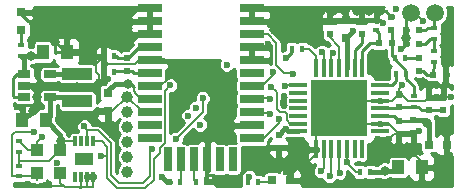
<source format=gtl>
G04 #@! TF.FileFunction,Copper,L1,Top,Signal*
%FSLAX46Y46*%
G04 Gerber Fmt 4.6, Leading zero omitted, Abs format (unit mm)*
G04 Created by KiCad (PCBNEW 4.0.1-stable) date 27/01/2016 21:23:12*
%MOMM*%
G01*
G04 APERTURE LIST*
%ADD10C,0.100000*%
%ADD11R,0.400000X0.600000*%
%ADD12R,0.320000X0.900000*%
%ADD13R,1.560000X1.060000*%
%ADD14R,1.000000X1.250000*%
%ADD15R,0.500000X0.600000*%
%ADD16R,0.600000X0.500000*%
%ADD17R,0.800000X0.750000*%
%ADD18R,0.750000X0.800000*%
%ADD19R,0.797560X0.797560*%
%ADD20R,0.600000X0.400000*%
%ADD21R,2.540000X1.021080*%
%ADD22C,1.500000*%
%ADD23R,0.280000X0.800000*%
%ADD24C,1.000000*%
%ADD25R,0.300000X1.500000*%
%ADD26R,1.500000X0.300000*%
%ADD27R,4.800000X4.800000*%
%ADD28R,2.000000X0.700000*%
%ADD29R,0.700000X2.000000*%
%ADD30R,1.000000X1.000000*%
%ADD31R,1.060000X0.650000*%
%ADD32C,0.600000*%
%ADD33C,0.800000*%
%ADD34C,0.150000*%
%ADD35C,0.180000*%
%ADD36C,0.300000*%
%ADD37C,0.280000*%
%ADD38C,0.400000*%
%ADD39C,0.200000*%
%ADD40C,0.250000*%
G04 APERTURE END LIST*
D10*
D11*
X72150000Y-63200000D03*
X71250000Y-63200000D03*
D12*
X56650000Y-62800000D03*
X57150000Y-62800000D03*
X57650000Y-62800000D03*
X58150000Y-62800000D03*
X58150000Y-59800000D03*
X57650000Y-59800000D03*
X57150000Y-59800000D03*
X56650000Y-59800000D03*
D13*
X57400000Y-61300000D03*
D14*
X84000000Y-62000000D03*
X86000000Y-62000000D03*
D15*
X87800000Y-57150000D03*
X87800000Y-56050000D03*
X73900000Y-59250000D03*
X73900000Y-60350000D03*
X78200000Y-50700000D03*
X78200000Y-49600000D03*
X85280000Y-58020000D03*
X85280000Y-59120000D03*
X80900000Y-50700000D03*
X80900000Y-49600000D03*
D16*
X83475000Y-51500000D03*
X82375000Y-51500000D03*
D15*
X84050000Y-55800000D03*
X84050000Y-56900000D03*
X83425000Y-50325000D03*
X83425000Y-49225000D03*
X86600000Y-56050000D03*
X86600000Y-57150000D03*
X85725000Y-53800000D03*
X85725000Y-52700000D03*
D16*
X86925000Y-54150000D03*
X88025000Y-54150000D03*
X85750000Y-51525000D03*
X84650000Y-51525000D03*
X85750000Y-50325000D03*
X84650000Y-50325000D03*
D17*
X86590000Y-60060000D03*
X88090000Y-60060000D03*
D15*
X61075000Y-52725000D03*
X61075000Y-53825000D03*
X84040000Y-58050000D03*
X84040000Y-59150000D03*
D18*
X59430000Y-55720000D03*
X59430000Y-57220000D03*
X79550000Y-51050000D03*
X79550000Y-49550000D03*
D14*
X53950000Y-52225000D03*
X55950000Y-52225000D03*
X54150000Y-58000000D03*
X52150000Y-58000000D03*
D19*
X73350700Y-63100000D03*
X74849300Y-63100000D03*
X52100000Y-50349300D03*
X52100000Y-48850700D03*
D20*
X82150000Y-49500000D03*
X82150000Y-50400000D03*
X85300000Y-56850000D03*
X85300000Y-55950000D03*
D11*
X83700000Y-52775000D03*
X84600000Y-52775000D03*
D20*
X87025000Y-53050000D03*
X87025000Y-52150000D03*
X87025000Y-51125000D03*
X87025000Y-50225000D03*
D11*
X59050000Y-52600000D03*
X59950000Y-52600000D03*
X59050000Y-53900000D03*
X59950000Y-53900000D03*
D21*
X56825000Y-56370540D03*
X56825000Y-54079460D03*
D22*
X87100000Y-48925000D03*
X85100000Y-48925000D03*
D23*
X87100000Y-49925000D03*
D24*
X61025000Y-62350000D03*
X61025000Y-61080000D03*
X61025000Y-59810000D03*
X61025000Y-58540000D03*
X61025000Y-57270000D03*
X61025000Y-56000000D03*
D11*
X81625000Y-62375000D03*
X80725000Y-62375000D03*
X74980000Y-51960000D03*
X75880000Y-51960000D03*
X84700000Y-54050000D03*
X83800000Y-54050000D03*
X65550000Y-63200000D03*
X64650000Y-63200000D03*
X66850000Y-63200000D03*
X67750000Y-63200000D03*
D20*
X51900000Y-60650000D03*
X51900000Y-59750000D03*
X51900000Y-61850000D03*
X51900000Y-62750000D03*
X52100000Y-51640000D03*
X52100000Y-52540000D03*
D25*
X80950000Y-53550000D03*
X80300000Y-53550000D03*
X79650000Y-53550000D03*
X79000000Y-53550000D03*
X78350000Y-53550000D03*
X77700000Y-53550000D03*
X77050000Y-53550000D03*
D26*
X75550000Y-55050000D03*
X75550000Y-55700000D03*
X75550000Y-56350000D03*
X75550000Y-57000000D03*
X75550000Y-57650000D03*
X75550000Y-58300000D03*
X75550000Y-58950000D03*
D25*
X77050000Y-60450000D03*
X77700000Y-60450000D03*
X78350000Y-60450000D03*
X79000000Y-60450000D03*
X79650000Y-60450000D03*
X80300000Y-60450000D03*
X80950000Y-60450000D03*
D26*
X82450000Y-58950000D03*
X82450000Y-58300000D03*
X82450000Y-57650000D03*
X82450000Y-57000000D03*
X82450000Y-56350000D03*
X82450000Y-55700000D03*
X82450000Y-55050000D03*
D27*
X79000000Y-57000000D03*
D28*
X62955000Y-48525000D03*
X62955000Y-49625000D03*
X62955000Y-50725000D03*
X62955000Y-51825000D03*
X62955000Y-52925000D03*
X62955000Y-54025000D03*
X62955000Y-55125000D03*
X62955000Y-56225000D03*
X62955000Y-57325000D03*
X62955000Y-58425000D03*
X62955000Y-59525000D03*
X71595000Y-59525000D03*
X71595000Y-58425000D03*
X71595000Y-57325000D03*
X71595000Y-56225000D03*
X71595000Y-55125000D03*
X71595000Y-54025000D03*
X71595000Y-52925000D03*
X71595000Y-51825000D03*
X71595000Y-50725000D03*
X71595000Y-49625000D03*
X71595000Y-48525000D03*
D29*
X64525000Y-61325000D03*
X65625000Y-61325000D03*
X66725000Y-61325000D03*
X67825000Y-61325000D03*
X68925000Y-61325000D03*
X70025000Y-61325000D03*
D30*
X55400000Y-60500000D03*
X53400000Y-60500000D03*
X53400000Y-62500000D03*
X55400000Y-62500000D03*
D31*
X52325000Y-54125000D03*
X52325000Y-55075000D03*
X52325000Y-56025000D03*
X54525000Y-56025000D03*
X54525000Y-54125000D03*
D32*
X78000000Y-58000000D03*
X77250000Y-57500000D03*
X77250000Y-58750000D03*
X81000000Y-56000000D03*
X80500000Y-57000000D03*
X77260000Y-56530000D03*
X78155000Y-55805000D03*
D33*
X68520000Y-58260000D03*
D32*
X51700000Y-56850000D03*
D33*
X58225000Y-57625000D03*
D32*
X55475000Y-57550000D03*
D33*
X53420000Y-56060000D03*
D32*
X57400000Y-57725000D03*
X83775000Y-48575000D03*
X88250000Y-53000000D03*
X88250000Y-52000000D03*
X88250000Y-50750000D03*
X88250000Y-49750000D03*
X88500000Y-49025000D03*
X86100000Y-49600000D03*
D33*
X77125000Y-51425000D03*
X73250000Y-49800000D03*
X73250000Y-49825000D03*
X60940000Y-51650000D03*
X55360000Y-55170000D03*
X56775000Y-55225000D03*
X53050000Y-57200000D03*
D32*
X55125000Y-61625000D03*
X52175000Y-63450000D03*
X74482500Y-62392500D03*
X87100000Y-62050000D03*
X79850000Y-62750000D03*
X75625000Y-59725000D03*
X80025000Y-58950000D03*
X79950000Y-57925000D03*
X80825000Y-57925000D03*
X79050000Y-57925000D03*
X78425000Y-58925000D03*
X79125000Y-58925000D03*
X80875000Y-58950000D03*
X74275000Y-56550000D03*
X59425000Y-54525000D03*
X58400000Y-51700000D03*
X58675000Y-54725000D03*
X58600000Y-55600000D03*
X64475000Y-54325000D03*
X59800000Y-58350000D03*
X59800000Y-59225000D03*
X54450000Y-63375000D03*
X85350000Y-60875000D03*
X84250000Y-60850000D03*
X88350000Y-63050000D03*
X88450000Y-61825000D03*
X88425000Y-60975000D03*
X88450000Y-59000000D03*
X87550000Y-59025000D03*
X85800000Y-58950000D03*
X82325000Y-59600000D03*
X83250000Y-59575000D03*
X84600000Y-59150000D03*
X88450000Y-56025000D03*
X87350000Y-58150000D03*
X88400000Y-58150000D03*
X87250000Y-56050000D03*
X86000000Y-55000000D03*
X87000000Y-55000000D03*
X88000000Y-55000000D03*
X84325000Y-55050000D03*
X84250000Y-52000000D03*
D33*
X82750000Y-53500000D03*
X81750000Y-53500000D03*
X81750000Y-52500000D03*
X82750000Y-52500000D03*
X84650000Y-51000000D03*
D32*
X82750000Y-49750000D03*
D33*
X78500000Y-48750000D03*
X79500000Y-48750000D03*
X80500000Y-48750000D03*
X81500000Y-48750000D03*
X82500000Y-48750000D03*
X77500000Y-48750000D03*
X76500000Y-48750000D03*
X75500000Y-48750000D03*
X74500000Y-48750000D03*
X73500000Y-48750000D03*
D32*
X72980000Y-51570000D03*
X69980000Y-54010000D03*
X72680000Y-61380000D03*
X68510000Y-62870000D03*
X69430000Y-62920000D03*
D33*
X54980000Y-51360000D03*
X52960000Y-51330000D03*
X61100000Y-50670000D03*
X61060000Y-49540000D03*
X60300000Y-48840000D03*
X59200000Y-48770000D03*
X59020000Y-49610000D03*
D32*
X64020000Y-62830000D03*
X74480000Y-58780000D03*
D33*
X86460000Y-58200000D03*
X82855000Y-62265000D03*
D32*
X80160000Y-50410000D03*
X74520000Y-52720000D03*
X69490000Y-53290000D03*
D33*
X61140000Y-54920000D03*
X55420000Y-59740000D03*
D32*
X73125000Y-56200000D03*
X73175000Y-57475000D03*
X79670000Y-61580000D03*
X67440000Y-56130000D03*
X65180000Y-59570000D03*
X66860000Y-56930000D03*
X57430000Y-58530000D03*
X53180000Y-59020000D03*
X63150000Y-60460000D03*
X58800000Y-61020000D03*
X53870000Y-59380000D03*
X64720000Y-55050000D03*
X67220000Y-58380000D03*
X66230000Y-57620000D03*
X71385000Y-62815000D03*
X74420000Y-55120000D03*
X73250000Y-55150000D03*
X77440000Y-62330000D03*
X78200000Y-62740000D03*
X79030000Y-62450000D03*
D33*
X52930000Y-52540000D03*
D32*
X78440000Y-52280000D03*
X77540000Y-52230000D03*
X73360000Y-53880000D03*
X73870000Y-57870000D03*
X75120000Y-54120000D03*
D34*
X77250000Y-57500000D02*
X77750000Y-57000000D01*
X77750000Y-57000000D02*
X79000000Y-57000000D01*
X77250000Y-58750000D02*
X79000000Y-57000000D01*
X81000000Y-56000000D02*
X80000000Y-57000000D01*
X80000000Y-57000000D02*
X79000000Y-57000000D01*
X80500000Y-57000000D02*
X79000000Y-57000000D01*
X77260000Y-56530000D02*
X77730000Y-57000000D01*
X77730000Y-57000000D02*
X79000000Y-57000000D01*
X78155000Y-55805000D02*
X79000000Y-56650000D01*
X79000000Y-56650000D02*
X79000000Y-57000000D01*
X57650000Y-62800000D02*
X57650000Y-63575000D01*
X57650000Y-63575000D02*
X57750000Y-63675000D01*
X57150000Y-62800000D02*
X57150000Y-63675000D01*
X57100000Y-63700000D02*
X57100000Y-63675000D01*
X57125000Y-63700000D02*
X57100000Y-63700000D01*
X57150000Y-63675000D02*
X57125000Y-63700000D01*
D35*
X52150000Y-58000000D02*
X52150000Y-57300000D01*
X52150000Y-57300000D02*
X51700000Y-56850000D01*
X58225000Y-57625000D02*
X57500000Y-57625000D01*
D34*
X58630000Y-57220000D02*
X58225000Y-57625000D01*
X59430000Y-57220000D02*
X58630000Y-57220000D01*
D35*
X57500000Y-57625000D02*
X57400000Y-57725000D01*
D34*
X88025000Y-53225000D02*
X88250000Y-53000000D01*
X88250000Y-52000000D02*
X88250000Y-50750000D01*
X88025000Y-54150000D02*
X88025000Y-53225000D01*
D35*
X88550000Y-48975000D02*
X88550000Y-48450000D01*
X88500000Y-49025000D02*
X88550000Y-48975000D01*
X85100000Y-48925000D02*
X85425000Y-48925000D01*
X85425000Y-48925000D02*
X86100000Y-49600000D01*
D36*
X77500000Y-48750000D02*
X77500000Y-51050000D01*
X77500000Y-51050000D02*
X77125000Y-51425000D01*
X71595000Y-49625000D02*
X73050000Y-49625000D01*
X73050000Y-49625000D02*
X73250000Y-49825000D01*
X60940000Y-51650000D02*
X61175000Y-51650000D01*
X61175000Y-51650000D02*
X62100000Y-50725000D01*
X62100000Y-50725000D02*
X62955000Y-50725000D01*
X62955000Y-49625000D02*
X61145000Y-49625000D01*
X61145000Y-49625000D02*
X61060000Y-49540000D01*
X61100000Y-50670000D02*
X62900000Y-50670000D01*
X62900000Y-50670000D02*
X62955000Y-50725000D01*
X62955000Y-48525000D02*
X62075000Y-48525000D01*
X62075000Y-48525000D02*
X61060000Y-49540000D01*
D37*
X55265000Y-55075000D02*
X55360000Y-55170000D01*
X52325000Y-55075000D02*
X55265000Y-55075000D01*
D38*
X53420000Y-56830000D02*
X53420000Y-56060000D01*
X53050000Y-57200000D02*
X53420000Y-56830000D01*
X52250000Y-58000000D02*
X53050000Y-57200000D01*
D34*
X87050000Y-62000000D02*
X87100000Y-62050000D01*
X86000000Y-62000000D02*
X87050000Y-62000000D01*
X74849300Y-63100000D02*
X74849300Y-62700700D01*
X74849300Y-62700700D02*
X76250000Y-61300000D01*
X75625000Y-59725000D02*
X75625000Y-61025000D01*
X75000000Y-60350000D02*
X75625000Y-59725000D01*
X73900000Y-60350000D02*
X75000000Y-60350000D01*
X76550000Y-61400000D02*
X77050000Y-60900000D01*
X76000000Y-61400000D02*
X76550000Y-61400000D01*
X75625000Y-61025000D02*
X76000000Y-61400000D01*
X77050000Y-60900000D02*
X77050000Y-60450000D01*
X78900000Y-56025000D02*
X79000000Y-56125000D01*
X77050000Y-60450000D02*
X77050000Y-58950000D01*
X77050000Y-58950000D02*
X79000000Y-57000000D01*
X82450000Y-56350000D02*
X79650000Y-56350000D01*
X79650000Y-56350000D02*
X79000000Y-57000000D01*
X82450000Y-58300000D02*
X80300000Y-58300000D01*
X80300000Y-58300000D02*
X79000000Y-57000000D01*
X80300000Y-58300000D02*
X79000000Y-57000000D01*
X80025000Y-58950000D02*
X79000000Y-57925000D01*
X79950000Y-57925000D02*
X79025000Y-57000000D01*
X79025000Y-57000000D02*
X79000000Y-57000000D01*
X80825000Y-57925000D02*
X79900000Y-57000000D01*
X79900000Y-57000000D02*
X79000000Y-57000000D01*
X79050000Y-57925000D02*
X79000000Y-57875000D01*
X78425000Y-58925000D02*
X79000000Y-58350000D01*
X79125000Y-58925000D02*
X79000000Y-58800000D01*
X79000000Y-58800000D02*
X79000000Y-57000000D01*
X80875000Y-58950000D02*
X79000000Y-57075000D01*
D38*
X52150000Y-58000000D02*
X52250000Y-58000000D01*
D34*
X59050000Y-53900000D02*
X59050000Y-54150000D01*
X59050000Y-54150000D02*
X59425000Y-54525000D01*
X58400000Y-52025000D02*
X58400000Y-51700000D01*
X58400000Y-53200000D02*
X58400000Y-52025000D01*
X58400000Y-52025000D02*
X58400000Y-51975000D01*
X58400000Y-53200000D02*
X58450000Y-53200000D01*
X58675000Y-54200000D02*
X58400000Y-53925000D01*
X58400000Y-53925000D02*
X58400000Y-53200000D01*
X58675000Y-54725000D02*
X58675000Y-54200000D01*
X58450000Y-53200000D02*
X59050000Y-52600000D01*
X58675000Y-54725000D02*
X58675000Y-55525000D01*
X59050000Y-53900000D02*
X59050000Y-54350000D01*
X58675000Y-54725000D02*
X59050000Y-54350000D01*
X58675000Y-55525000D02*
X58600000Y-55600000D01*
X59050000Y-53900000D02*
X59050000Y-53625000D01*
X59050000Y-53625000D02*
X59400000Y-53275000D01*
X62955000Y-52925000D02*
X62050000Y-52925000D01*
X62050000Y-52925000D02*
X61700000Y-53275000D01*
X61700000Y-53275000D02*
X59400000Y-53275000D01*
X59400000Y-53275000D02*
X59050000Y-52925000D01*
X59050000Y-52925000D02*
X59050000Y-52600000D01*
X64475000Y-54325000D02*
X64475000Y-54475000D01*
X64475000Y-54475000D02*
X63825000Y-55125000D01*
X62955000Y-55125000D02*
X63825000Y-55125000D01*
X62955000Y-57325000D02*
X62350000Y-57325000D01*
X62350000Y-57325000D02*
X61025000Y-56000000D01*
X59430000Y-57980000D02*
X59800000Y-58350000D01*
X59430000Y-57980000D02*
X59430000Y-57220000D01*
X59430000Y-57220000D02*
X59805000Y-57220000D01*
X59805000Y-57220000D02*
X61025000Y-56000000D01*
X54450000Y-63375000D02*
X54650000Y-63575000D01*
X54650000Y-63575000D02*
X55675000Y-63575000D01*
X57650000Y-63575000D02*
X57750000Y-63675000D01*
X55400000Y-62500000D02*
X55400000Y-63300000D01*
X58150000Y-63675000D02*
X58150000Y-62800000D01*
X55775000Y-63675000D02*
X57100000Y-63675000D01*
X57100000Y-63675000D02*
X57750000Y-63675000D01*
X57750000Y-63675000D02*
X58150000Y-63675000D01*
X55400000Y-63300000D02*
X55675000Y-63575000D01*
X55675000Y-63575000D02*
X55775000Y-63675000D01*
X86000000Y-61525000D02*
X85350000Y-60875000D01*
X86000000Y-62000000D02*
X86000000Y-61525000D01*
X88090000Y-60060000D02*
X88090000Y-60640000D01*
X88350000Y-61925000D02*
X88350000Y-63050000D01*
X88450000Y-61825000D02*
X88350000Y-61925000D01*
X88090000Y-60640000D02*
X88425000Y-60975000D01*
X88090000Y-60060000D02*
X88090000Y-59565000D01*
X88090000Y-59565000D02*
X87550000Y-59025000D01*
X85280000Y-59120000D02*
X85630000Y-59120000D01*
X85630000Y-59120000D02*
X85800000Y-58950000D01*
X84040000Y-59150000D02*
X83675000Y-59150000D01*
X83675000Y-59150000D02*
X83250000Y-59575000D01*
X85280000Y-59120000D02*
X84955000Y-59120000D01*
X84955000Y-59120000D02*
X84925000Y-59150000D01*
X84040000Y-59150000D02*
X84600000Y-59150000D01*
X84600000Y-59150000D02*
X84925000Y-59150000D01*
X84950000Y-59175000D02*
X84975000Y-59175000D01*
X84925000Y-59150000D02*
X84950000Y-59175000D01*
X82450000Y-58300000D02*
X83190000Y-58300000D01*
X83190000Y-58300000D02*
X84040000Y-59150000D01*
X88450000Y-56050000D02*
X88450000Y-56025000D01*
X87800000Y-56050000D02*
X88450000Y-56050000D01*
X88400000Y-58150000D02*
X87350000Y-58150000D01*
X88000000Y-54175000D02*
X88000000Y-55000000D01*
X86000000Y-55000000D02*
X87000000Y-55000000D01*
X84050000Y-55325000D02*
X84050000Y-55800000D01*
X84050000Y-55325000D02*
X84325000Y-55050000D01*
X88000000Y-54175000D02*
X88025000Y-54150000D01*
X87800000Y-56050000D02*
X87250000Y-56050000D01*
X87250000Y-56050000D02*
X86600000Y-56050000D01*
X84050000Y-55800000D02*
X84225000Y-55800000D01*
X84225000Y-55800000D02*
X84825000Y-56400000D01*
X86250000Y-56400000D02*
X86600000Y-56050000D01*
X84825000Y-56400000D02*
X86250000Y-56400000D01*
X82450000Y-56350000D02*
X83500000Y-56350000D01*
X83500000Y-56350000D02*
X84050000Y-55800000D01*
D37*
X84650000Y-51600000D02*
X84250000Y-52000000D01*
X81750000Y-53500000D02*
X82750000Y-53500000D01*
X82750000Y-52500000D02*
X81750000Y-52500000D01*
X84650000Y-51525000D02*
X84650000Y-51600000D01*
X84650000Y-51525000D02*
X84650000Y-51000000D01*
X84650000Y-51000000D02*
X84650000Y-50325000D01*
X84650000Y-50325000D02*
X84650000Y-49375000D01*
X84650000Y-49375000D02*
X85100000Y-48925000D01*
X82150000Y-49500000D02*
X82500000Y-49500000D01*
X82500000Y-49500000D02*
X82750000Y-49750000D01*
X82500000Y-48750000D02*
X82950000Y-48750000D01*
X78500000Y-48750000D02*
X79500000Y-48750000D01*
X80500000Y-48750000D02*
X81500000Y-48750000D01*
X71595000Y-48525000D02*
X73275000Y-48525000D01*
X76500000Y-48750000D02*
X77500000Y-48750000D01*
X74500000Y-48750000D02*
X75500000Y-48750000D01*
X73275000Y-48525000D02*
X73500000Y-48750000D01*
X82950000Y-48750000D02*
X83425000Y-49225000D01*
X73050000Y-51825000D02*
X73050000Y-51640000D01*
X73050000Y-51640000D02*
X72980000Y-51570000D01*
X71595000Y-52925000D02*
X73125000Y-52925000D01*
X73055000Y-51825000D02*
X73050000Y-51825000D01*
X73050000Y-51825000D02*
X71595000Y-51825000D01*
X73260000Y-52030000D02*
X73055000Y-51825000D01*
X73260000Y-52790000D02*
X73260000Y-52030000D01*
X73125000Y-52925000D02*
X73260000Y-52790000D01*
X74849300Y-63100000D02*
X74849300Y-62759300D01*
X74849300Y-62759300D02*
X74482500Y-62392500D01*
X74482500Y-62392500D02*
X73470000Y-61380000D01*
X73470000Y-61380000D02*
X72680000Y-61380000D01*
X68280000Y-62640000D02*
X68510000Y-62870000D01*
X67825000Y-62640000D02*
X68280000Y-62640000D01*
X70320000Y-62900000D02*
X70360000Y-62860000D01*
X69450000Y-62900000D02*
X70320000Y-62900000D01*
X69430000Y-62920000D02*
X69450000Y-62900000D01*
X67825000Y-61325000D02*
X67825000Y-62640000D01*
X67825000Y-62640000D02*
X67825000Y-63125000D01*
X67825000Y-63125000D02*
X67750000Y-63200000D01*
X54980000Y-51360000D02*
X54980000Y-52270000D01*
X55845000Y-52225000D02*
X54980000Y-51360000D01*
X55025000Y-52225000D02*
X55950000Y-52225000D01*
X54980000Y-52270000D02*
X55025000Y-52225000D01*
X53420000Y-56060000D02*
X53420000Y-55660000D01*
X53420000Y-55660000D02*
X52835000Y-55075000D01*
X52325000Y-55075000D02*
X52835000Y-55075000D01*
X52900000Y-49575000D02*
X52900000Y-51270000D01*
X52900000Y-51270000D02*
X52960000Y-51330000D01*
X52100000Y-48850700D02*
X52100000Y-49030000D01*
X52100000Y-49030000D02*
X52645000Y-49575000D01*
X52645000Y-49575000D02*
X52900000Y-49575000D01*
D38*
X61100000Y-50670000D02*
X61060000Y-50630000D01*
X61060000Y-50630000D02*
X61060000Y-49540000D01*
X60300000Y-48840000D02*
X60230000Y-48770000D01*
X60230000Y-48770000D02*
X59200000Y-48770000D01*
X59020000Y-49610000D02*
X58630000Y-50000000D01*
X58630000Y-50000000D02*
X58630000Y-50790000D01*
X59430000Y-55720000D02*
X59430000Y-55480000D01*
X59430000Y-55480000D02*
X59990000Y-54920000D01*
X59990000Y-54920000D02*
X61140000Y-54920000D01*
X86590000Y-60060000D02*
X86590000Y-58330000D01*
X86590000Y-58330000D02*
X86460000Y-58200000D01*
X64390000Y-63200000D02*
X64020000Y-62830000D01*
X64650000Y-63200000D02*
X64390000Y-63200000D01*
X74480000Y-58780000D02*
X74370000Y-58780000D01*
X74370000Y-58780000D02*
X73900000Y-59250000D01*
X75550000Y-58950000D02*
X74650000Y-58950000D01*
X74650000Y-58950000D02*
X74480000Y-58780000D01*
X86280000Y-58020000D02*
X85280000Y-58020000D01*
X86460000Y-58200000D02*
X86280000Y-58020000D01*
X82855000Y-62265000D02*
X83735000Y-62265000D01*
X83735000Y-62265000D02*
X84000000Y-62000000D01*
X82745000Y-62375000D02*
X81625000Y-62375000D01*
X82855000Y-62265000D02*
X82745000Y-62375000D01*
X80160000Y-50410000D02*
X79550000Y-51020000D01*
X79550000Y-51050000D02*
X79550000Y-51020000D01*
X79550000Y-51050000D02*
X79550000Y-50900000D01*
X79650000Y-53550000D02*
X79650000Y-51150000D01*
X79650000Y-51150000D02*
X79550000Y-51050000D01*
D37*
X74980000Y-51960000D02*
X74980000Y-52260000D01*
X74980000Y-52260000D02*
X74520000Y-52720000D01*
D39*
X61750000Y-55640000D02*
X61750000Y-55730000D01*
D37*
X61360000Y-54920000D02*
X61650000Y-55210000D01*
D39*
X61650000Y-55210000D02*
X61650000Y-55540000D01*
X61650000Y-55540000D02*
X61750000Y-55640000D01*
X61140000Y-54920000D02*
X61360000Y-54920000D01*
X61750000Y-55730000D02*
X62245000Y-56225000D01*
X62245000Y-56225000D02*
X62955000Y-56225000D01*
D35*
X56650000Y-59800000D02*
X55480000Y-59800000D01*
X55480000Y-59800000D02*
X55420000Y-59740000D01*
X55420000Y-59740000D02*
X55400000Y-59740000D01*
X55400000Y-59740000D02*
X55420000Y-59740000D01*
X55420000Y-59740000D02*
X55400000Y-59740000D01*
X51900000Y-61430000D02*
X54470000Y-61430000D01*
X54470000Y-61430000D02*
X55400000Y-60500000D01*
X51900000Y-61850000D02*
X51900000Y-61430000D01*
X51900000Y-61430000D02*
X51900000Y-60650000D01*
D38*
X55400000Y-60500000D02*
X55400000Y-59740000D01*
X55400000Y-59740000D02*
X55400000Y-59250000D01*
X55400000Y-59250000D02*
X54150000Y-58000000D01*
X54525000Y-56025000D02*
X56479460Y-56025000D01*
X56479460Y-56025000D02*
X56825000Y-56370540D01*
X54525000Y-56025000D02*
X54525000Y-57625000D01*
X54525000Y-57625000D02*
X54150000Y-58000000D01*
D37*
X84040000Y-58050000D02*
X85250000Y-58050000D01*
X85250000Y-58050000D02*
X85280000Y-58020000D01*
X82450000Y-57650000D02*
X83640000Y-57650000D01*
X83640000Y-57650000D02*
X84040000Y-58050000D01*
D34*
X73125000Y-56200000D02*
X73025000Y-56100000D01*
X73025000Y-56100000D02*
X71720000Y-56100000D01*
X71720000Y-56100000D02*
X71595000Y-56225000D01*
X73175000Y-57475000D02*
X73050000Y-57350000D01*
X73050000Y-57350000D02*
X71620000Y-57350000D01*
X71620000Y-57350000D02*
X71595000Y-57325000D01*
X72150000Y-63200000D02*
X73250700Y-63200000D01*
X73250700Y-63200000D02*
X73350700Y-63100000D01*
X79670000Y-61580000D02*
X79670000Y-61640000D01*
X80405000Y-62375000D02*
X80725000Y-62375000D01*
X79670000Y-61640000D02*
X80405000Y-62375000D01*
X79670000Y-61580000D02*
X79650000Y-61560000D01*
X79650000Y-61560000D02*
X79650000Y-60450000D01*
X67420000Y-56110000D02*
X67440000Y-56130000D01*
X67440000Y-56130000D02*
X67420000Y-56110000D01*
X67440000Y-57310000D02*
X67440000Y-56130000D01*
X65180000Y-59570000D02*
X67440000Y-57310000D01*
X57690000Y-58790000D02*
X57690000Y-58870000D01*
X57430000Y-58530000D02*
X57690000Y-58790000D01*
X51320000Y-62750000D02*
X51300000Y-62730000D01*
X51300000Y-62730000D02*
X51300000Y-59280000D01*
X51300000Y-59280000D02*
X51560000Y-59020000D01*
X51560000Y-59020000D02*
X53180000Y-59020000D01*
X51900000Y-62750000D02*
X51320000Y-62750000D01*
X53400000Y-62500000D02*
X53400000Y-63030000D01*
D35*
X51900000Y-62750000D02*
X53150000Y-62750000D01*
X53150000Y-62750000D02*
X53400000Y-62500000D01*
D34*
X63150000Y-60460000D02*
X62990000Y-60620000D01*
X62990000Y-60620000D02*
X62990000Y-62750000D01*
X62990000Y-62750000D02*
X62400000Y-63340000D01*
X62400000Y-63340000D02*
X62070000Y-63340000D01*
X58580000Y-58870000D02*
X57690000Y-58870000D01*
X60380000Y-63340000D02*
X62070000Y-63340000D01*
X59650000Y-62610000D02*
X60380000Y-63340000D01*
X59650000Y-59940000D02*
X59650000Y-62610000D01*
X58580000Y-58870000D02*
X59650000Y-59940000D01*
X57650000Y-59800000D02*
X57650000Y-58910000D01*
X57650000Y-58910000D02*
X57690000Y-58870000D01*
X58850000Y-61070000D02*
X59349998Y-61070000D01*
X58800000Y-61020000D02*
X58850000Y-61070000D01*
X53400000Y-59850000D02*
X53870000Y-59380000D01*
X53400000Y-60500000D02*
X53400000Y-59850000D01*
D35*
X53400000Y-60500000D02*
X52650000Y-60500000D01*
X52650000Y-60500000D02*
X51900000Y-59750000D01*
D34*
X64230000Y-59940000D02*
X64230000Y-55540000D01*
X63830000Y-60340000D02*
X64230000Y-59940000D01*
X63320000Y-61260000D02*
X63830000Y-60750000D01*
X63320000Y-63050000D02*
X63320000Y-61260000D01*
X62590000Y-63780000D02*
X63320000Y-63050000D01*
X60230000Y-63780000D02*
X62590000Y-63780000D01*
X59349998Y-62899998D02*
X60230000Y-63780000D01*
X59349998Y-61070000D02*
X59349998Y-62899998D01*
X63830000Y-60750000D02*
X63830000Y-60340000D01*
X64230000Y-55540000D02*
X64720000Y-55050000D01*
X58879998Y-59800000D02*
X59349998Y-60270000D01*
X58150000Y-59800000D02*
X58879998Y-59800000D01*
X59349998Y-60270000D02*
X59349998Y-61070000D01*
X71385000Y-62815000D02*
X71250000Y-62950000D01*
X71250000Y-62950000D02*
X71250000Y-63200000D01*
X74490000Y-55050000D02*
X75550000Y-55050000D01*
X74420000Y-55120000D02*
X74490000Y-55050000D01*
X73700000Y-56940000D02*
X73700000Y-57020000D01*
X74560000Y-58020000D02*
X74840000Y-58300000D01*
X74560000Y-58020000D02*
X74560000Y-57710000D01*
X74560000Y-57440000D02*
X74560000Y-57710000D01*
X74430000Y-57310000D02*
X74560000Y-57440000D01*
X73990000Y-57310000D02*
X74430000Y-57310000D01*
X73700000Y-57020000D02*
X73990000Y-57310000D01*
X73700000Y-55610000D02*
X73250000Y-55150000D01*
X73700000Y-56870000D02*
X73700000Y-56940000D01*
X73700000Y-56940000D02*
X73700000Y-55610000D01*
X75550000Y-58300000D02*
X74840000Y-58300000D01*
X77700000Y-62070000D02*
X77700000Y-60450000D01*
X77440000Y-62330000D02*
X77700000Y-62070000D01*
X78350000Y-61900000D02*
X78350000Y-62590000D01*
X78350000Y-62590000D02*
X78200000Y-62740000D01*
X78350000Y-60450000D02*
X78350000Y-61900000D01*
X78350000Y-61900000D02*
X78350000Y-61920000D01*
X79030000Y-62450000D02*
X79000000Y-62420000D01*
X79000000Y-62420000D02*
X79000000Y-60450000D01*
D37*
X52325000Y-56025000D02*
X51485000Y-56025000D01*
X51745000Y-54125000D02*
X52325000Y-54125000D01*
X51410000Y-54460000D02*
X51745000Y-54125000D01*
X51410000Y-55950000D02*
X51410000Y-54460000D01*
X51485000Y-56025000D02*
X51410000Y-55950000D01*
D38*
X52100000Y-52540000D02*
X52930000Y-52540000D01*
X52930000Y-52540000D02*
X53635000Y-52540000D01*
X53635000Y-52540000D02*
X53950000Y-52225000D01*
X52325000Y-54125000D02*
X52325000Y-52970000D01*
X52325000Y-52970000D02*
X52325000Y-52765000D01*
X52325000Y-52765000D02*
X52100000Y-52540000D01*
D34*
X78350000Y-52350000D02*
X78430000Y-52270000D01*
X78350000Y-53550000D02*
X78350000Y-52350000D01*
X78440000Y-52280000D02*
X78430000Y-52270000D01*
X78350000Y-53550000D02*
X78350000Y-52900000D01*
X77700000Y-52390000D02*
X77540000Y-52230000D01*
X77700000Y-53550000D02*
X77700000Y-52390000D01*
D37*
X86600000Y-57150000D02*
X87800000Y-57150000D01*
X85300000Y-56850000D02*
X85680000Y-56850000D01*
X85980000Y-57150000D02*
X86600000Y-57150000D01*
X85680000Y-56850000D02*
X85980000Y-57150000D01*
X84050000Y-56900000D02*
X85250000Y-56900000D01*
X85250000Y-56900000D02*
X85300000Y-56850000D01*
X82450000Y-57000000D02*
X83950000Y-57000000D01*
X83950000Y-57000000D02*
X84050000Y-56900000D01*
D34*
X79000000Y-52500000D02*
X79000000Y-51790000D01*
X79000000Y-51790000D02*
X78200000Y-50990000D01*
X78200000Y-50990000D02*
X78200000Y-50700000D01*
X79000000Y-53550000D02*
X79000000Y-52500000D01*
X79000000Y-52500000D02*
X79000000Y-52480000D01*
D37*
X80300000Y-53550000D02*
X80300000Y-52060000D01*
X80900000Y-51460000D02*
X80900000Y-50700000D01*
X80300000Y-52060000D02*
X80900000Y-51460000D01*
X84700000Y-54050000D02*
X84700000Y-54500000D01*
X85300000Y-55100000D02*
X85300000Y-55950000D01*
X84700000Y-54500000D02*
X85300000Y-55100000D01*
X83700000Y-52775000D02*
X83700000Y-52800000D01*
X83700000Y-52800000D02*
X84700000Y-53800000D01*
X84700000Y-53800000D02*
X84700000Y-54050000D01*
X83475000Y-51500000D02*
X83475000Y-52550000D01*
X83475000Y-52550000D02*
X83700000Y-52775000D01*
X83475000Y-51500000D02*
X83475000Y-50375000D01*
X83475000Y-50375000D02*
X83425000Y-50325000D01*
X82375000Y-51500000D02*
X82375000Y-50625000D01*
X82375000Y-50625000D02*
X82150000Y-50400000D01*
X80950000Y-53550000D02*
X80950000Y-52150000D01*
X81600000Y-51500000D02*
X82375000Y-51500000D01*
X80950000Y-52150000D02*
X81600000Y-51500000D01*
X86925000Y-54150000D02*
X86925000Y-53665000D01*
X87025000Y-53565000D02*
X87025000Y-53050000D01*
X86925000Y-53665000D02*
X87025000Y-53565000D01*
X86925000Y-54150000D02*
X86470000Y-54150000D01*
X86120000Y-53800000D02*
X85725000Y-53800000D01*
X86470000Y-54150000D02*
X86120000Y-53800000D01*
X84600000Y-52775000D02*
X85650000Y-52775000D01*
X85650000Y-52775000D02*
X85725000Y-52700000D01*
X87025000Y-51125000D02*
X86695000Y-51125000D01*
X86295000Y-51525000D02*
X85750000Y-51525000D01*
X86695000Y-51125000D02*
X86295000Y-51525000D01*
X87025000Y-52150000D02*
X87025000Y-51125000D01*
X87025000Y-50225000D02*
X87025000Y-49000000D01*
X87025000Y-49000000D02*
X87100000Y-48925000D01*
X85750000Y-50325000D02*
X86365000Y-50325000D01*
X86465000Y-50225000D02*
X87025000Y-50225000D01*
X86365000Y-50325000D02*
X86465000Y-50225000D01*
X59950000Y-52600000D02*
X60140000Y-52600000D01*
X60140000Y-52600000D02*
X60265000Y-52725000D01*
X60265000Y-52725000D02*
X61075000Y-52725000D01*
X62955000Y-51825000D02*
X62055000Y-51825000D01*
X62055000Y-51825000D02*
X61155000Y-52725000D01*
X61155000Y-52725000D02*
X61075000Y-52725000D01*
X61075000Y-53825000D02*
X60025000Y-53825000D01*
X60025000Y-53825000D02*
X59950000Y-53900000D01*
X61075000Y-53825000D02*
X61425000Y-53825000D01*
X61625000Y-54025000D02*
X62955000Y-54025000D01*
X61425000Y-53825000D02*
X61625000Y-54025000D01*
X52100000Y-51640000D02*
X52100000Y-50349300D01*
D38*
X54525000Y-54125000D02*
X56779460Y-54125000D01*
X56779460Y-54125000D02*
X56825000Y-54079460D01*
D35*
X75880000Y-51960000D02*
X76480000Y-51960000D01*
X77050000Y-52530000D02*
X77050000Y-53550000D01*
X76480000Y-51960000D02*
X77050000Y-52530000D01*
D37*
X82450000Y-55050000D02*
X83450000Y-55050000D01*
X83800000Y-54700000D02*
X83800000Y-54050000D01*
X83450000Y-55050000D02*
X83800000Y-54700000D01*
D39*
X65625000Y-61325000D02*
X65625000Y-63125000D01*
X65625000Y-63125000D02*
X65550000Y-63200000D01*
X66725000Y-61325000D02*
X66725000Y-63075000D01*
X66725000Y-63075000D02*
X66850000Y-63200000D01*
D34*
X73430000Y-53950000D02*
X73360000Y-53880000D01*
X72435000Y-55125000D02*
X73430000Y-54130000D01*
X73430000Y-54130000D02*
X73430000Y-53950000D01*
X71595000Y-55125000D02*
X72435000Y-55125000D01*
X75120000Y-54120000D02*
X74970000Y-53970000D01*
X74970000Y-53970000D02*
X74290000Y-53970000D01*
X74290000Y-53970000D02*
X73680000Y-53360000D01*
X73680000Y-53360000D02*
X73680000Y-51470000D01*
X73680000Y-51470000D02*
X72935000Y-50725000D01*
X71595000Y-50725000D02*
X72935000Y-50725000D01*
X72605000Y-59525000D02*
X71595000Y-59525000D01*
X73870000Y-58260000D02*
X73870000Y-57870000D01*
X72605000Y-59525000D02*
X73870000Y-58260000D01*
X71595000Y-59525000D02*
X72285000Y-59525000D01*
D40*
G36*
X54267000Y-63125911D02*
X54363368Y-63358565D01*
X54541434Y-63536631D01*
X54573709Y-63550000D01*
X51450000Y-63550000D01*
X51450000Y-63301372D01*
X51451246Y-63302223D01*
X51600000Y-63332346D01*
X52200000Y-63332346D01*
X52338966Y-63306198D01*
X52466599Y-63224069D01*
X52472796Y-63215000D01*
X52592728Y-63215000D01*
X52625931Y-63266599D01*
X52751246Y-63352223D01*
X52900000Y-63382346D01*
X53132908Y-63382346D01*
X53227792Y-63445746D01*
X53400000Y-63480000D01*
X53572208Y-63445746D01*
X53667092Y-63382346D01*
X53900000Y-63382346D01*
X54038966Y-63356198D01*
X54166599Y-63274069D01*
X54252223Y-63148754D01*
X54267000Y-63075782D01*
X54267000Y-63125911D01*
X54267000Y-63125911D01*
G37*
X54267000Y-63125911D02*
X54363368Y-63358565D01*
X54541434Y-63536631D01*
X54573709Y-63550000D01*
X51450000Y-63550000D01*
X51450000Y-63301372D01*
X51451246Y-63302223D01*
X51600000Y-63332346D01*
X52200000Y-63332346D01*
X52338966Y-63306198D01*
X52466599Y-63224069D01*
X52472796Y-63215000D01*
X52592728Y-63215000D01*
X52625931Y-63266599D01*
X52751246Y-63352223D01*
X52900000Y-63382346D01*
X53132908Y-63382346D01*
X53227792Y-63445746D01*
X53400000Y-63480000D01*
X53572208Y-63445746D01*
X53667092Y-63382346D01*
X53900000Y-63382346D01*
X54038966Y-63356198D01*
X54166599Y-63274069D01*
X54252223Y-63148754D01*
X54267000Y-63075782D01*
X54267000Y-63125911D01*
G36*
X63084000Y-52796000D02*
X64133914Y-52796000D01*
X64160399Y-52837159D01*
X64201368Y-52865152D01*
X64250000Y-52875000D01*
X68950297Y-52875000D01*
X68918097Y-52907144D01*
X68815117Y-53155145D01*
X68814883Y-53423677D01*
X68917429Y-53671857D01*
X69107144Y-53861903D01*
X69355145Y-53964883D01*
X69623677Y-53965117D01*
X69871857Y-53862571D01*
X70061903Y-53672856D01*
X70072394Y-53647591D01*
X70212654Y-53787851D01*
X70212654Y-54375000D01*
X70238802Y-54513966D01*
X70277938Y-54574786D01*
X70242777Y-54626246D01*
X70212654Y-54775000D01*
X70212654Y-55475000D01*
X70238802Y-55613966D01*
X70277938Y-55674786D01*
X70242777Y-55726246D01*
X70212654Y-55875000D01*
X70212654Y-56575000D01*
X70238802Y-56713966D01*
X70277938Y-56774786D01*
X70242777Y-56826246D01*
X70212654Y-56975000D01*
X70212654Y-57562149D01*
X70058369Y-57716434D01*
X69962000Y-57949088D01*
X69962000Y-58137750D01*
X70120250Y-58296000D01*
X71466000Y-58296000D01*
X71466000Y-58276000D01*
X71724000Y-58276000D01*
X71724000Y-58296000D01*
X71744000Y-58296000D01*
X71744000Y-58554000D01*
X71724000Y-58554000D01*
X71724000Y-58574000D01*
X71466000Y-58574000D01*
X71466000Y-58554000D01*
X70120250Y-58554000D01*
X69962000Y-58712250D01*
X69962000Y-58900912D01*
X70058369Y-59133566D01*
X70212654Y-59287851D01*
X70212654Y-59875000D01*
X70225384Y-59942654D01*
X69675000Y-59942654D01*
X69536034Y-59968802D01*
X69475214Y-60007938D01*
X69423754Y-59972777D01*
X69275000Y-59942654D01*
X68687851Y-59942654D01*
X68533565Y-59788368D01*
X68300911Y-59692000D01*
X68112250Y-59692000D01*
X67954000Y-59850250D01*
X67954000Y-61196000D01*
X67974000Y-61196000D01*
X67974000Y-61454000D01*
X67954000Y-61454000D01*
X67954000Y-62321250D01*
X67850000Y-62425250D01*
X67850000Y-63071000D01*
X68424750Y-63071000D01*
X68583000Y-62912750D01*
X68583000Y-62812197D01*
X68687851Y-62707346D01*
X69275000Y-62707346D01*
X69413966Y-62681198D01*
X69474786Y-62642062D01*
X69526246Y-62677223D01*
X69675000Y-62707346D01*
X70375000Y-62707346D01*
X70513966Y-62681198D01*
X70641599Y-62599069D01*
X70727223Y-62473754D01*
X70757346Y-62325000D01*
X70757346Y-60637250D01*
X73017000Y-60637250D01*
X73017000Y-60775911D01*
X73113368Y-61008565D01*
X73291434Y-61186631D01*
X73524088Y-61283000D01*
X73616750Y-61283000D01*
X73775000Y-61124750D01*
X73775000Y-60479000D01*
X74025000Y-60479000D01*
X74025000Y-61124750D01*
X74183250Y-61283000D01*
X74275912Y-61283000D01*
X74508566Y-61186631D01*
X74686632Y-61008565D01*
X74783000Y-60775911D01*
X74783000Y-60637250D01*
X74624750Y-60479000D01*
X74025000Y-60479000D01*
X73775000Y-60479000D01*
X73175250Y-60479000D01*
X73017000Y-60637250D01*
X70757346Y-60637250D01*
X70757346Y-60325000D01*
X70744616Y-60257346D01*
X72595000Y-60257346D01*
X72733966Y-60231198D01*
X72861599Y-60149069D01*
X72947223Y-60023754D01*
X72977346Y-59875000D01*
X72977346Y-59789050D01*
X73267654Y-59498742D01*
X73267654Y-59537149D01*
X73113368Y-59691435D01*
X73017000Y-59924089D01*
X73017000Y-60062750D01*
X73175250Y-60221000D01*
X73775000Y-60221000D01*
X73775000Y-60201000D01*
X74025000Y-60201000D01*
X74025000Y-60221000D01*
X74624750Y-60221000D01*
X74783000Y-60062750D01*
X74783000Y-59924089D01*
X74686632Y-59691435D01*
X74532346Y-59537149D01*
X74532346Y-59501597D01*
X74650000Y-59525000D01*
X75550000Y-59525000D01*
X75764437Y-59482346D01*
X75967000Y-59482346D01*
X75967000Y-59525911D01*
X76063368Y-59758565D01*
X76241434Y-59936631D01*
X76267000Y-59947221D01*
X76267000Y-60162750D01*
X76425250Y-60321000D01*
X76975000Y-60321000D01*
X76975000Y-60301000D01*
X77125000Y-60301000D01*
X77125000Y-60321000D01*
X77167654Y-60321000D01*
X77167654Y-60579000D01*
X77125000Y-60579000D01*
X77125000Y-60599000D01*
X76975000Y-60599000D01*
X76975000Y-60579000D01*
X76425250Y-60579000D01*
X76267000Y-60737250D01*
X76267000Y-61325912D01*
X76363369Y-61558566D01*
X76541435Y-61736632D01*
X76774089Y-61833000D01*
X76816750Y-61833000D01*
X76920998Y-61728752D01*
X76920998Y-61833000D01*
X76982440Y-61833000D01*
X76868097Y-61947144D01*
X76765117Y-62195145D01*
X76764883Y-62463677D01*
X76867429Y-62711857D01*
X77057144Y-62901903D01*
X77305145Y-63004883D01*
X77573677Y-63005117D01*
X77578389Y-63003170D01*
X77627429Y-63121857D01*
X77817144Y-63311903D01*
X78065145Y-63414883D01*
X78333677Y-63415117D01*
X78581857Y-63312571D01*
X78771903Y-63122856D01*
X78789310Y-63080936D01*
X78895145Y-63124883D01*
X79163677Y-63125117D01*
X79411857Y-63022571D01*
X79601903Y-62832856D01*
X79704883Y-62584855D01*
X79705117Y-62316323D01*
X79701730Y-62308126D01*
X80086802Y-62693198D01*
X80154602Y-62738501D01*
X80168802Y-62813966D01*
X80250931Y-62941599D01*
X80376246Y-63027223D01*
X80525000Y-63057346D01*
X80925000Y-63057346D01*
X81063966Y-63031198D01*
X81176285Y-62958923D01*
X81276246Y-63027223D01*
X81425000Y-63057346D01*
X81825000Y-63057346D01*
X81963966Y-63031198D01*
X82090152Y-62950000D01*
X82483748Y-62950000D01*
X82700167Y-63039865D01*
X83008481Y-63040134D01*
X83279455Y-62928170D01*
X83351246Y-62977223D01*
X83500000Y-63007346D01*
X84500000Y-63007346D01*
X84638966Y-62981198D01*
X84766599Y-62899069D01*
X84852223Y-62773754D01*
X84867000Y-62700782D01*
X84867000Y-62750912D01*
X84963369Y-62983566D01*
X85141435Y-63161632D01*
X85374089Y-63258000D01*
X85712750Y-63258000D01*
X85871000Y-63099750D01*
X85871000Y-62129000D01*
X86129000Y-62129000D01*
X86129000Y-63099750D01*
X86287250Y-63258000D01*
X86625911Y-63258000D01*
X86858565Y-63161632D01*
X87036631Y-62983566D01*
X87133000Y-62750912D01*
X87133000Y-62287250D01*
X86974750Y-62129000D01*
X86129000Y-62129000D01*
X85871000Y-62129000D01*
X85851000Y-62129000D01*
X85851000Y-61871000D01*
X85871000Y-61871000D01*
X85871000Y-61851000D01*
X86129000Y-61851000D01*
X86129000Y-61871000D01*
X86974750Y-61871000D01*
X87133000Y-61712750D01*
X87133000Y-61249088D01*
X87036631Y-61016434D01*
X86858565Y-60838368D01*
X86807813Y-60817346D01*
X86990000Y-60817346D01*
X87128966Y-60791198D01*
X87147459Y-60779298D01*
X87153369Y-60793566D01*
X87331435Y-60971632D01*
X87564089Y-61068000D01*
X87802750Y-61068000D01*
X87961000Y-60909750D01*
X87961000Y-60189000D01*
X87941000Y-60189000D01*
X87941000Y-59931000D01*
X87961000Y-59931000D01*
X87961000Y-59210250D01*
X87802750Y-59052000D01*
X87564089Y-59052000D01*
X87331435Y-59148368D01*
X87165000Y-59314803D01*
X87165000Y-58523087D01*
X87234865Y-58354833D01*
X87235134Y-58046519D01*
X87117396Y-57761571D01*
X87094290Y-57738424D01*
X87116599Y-57724069D01*
X87156959Y-57665000D01*
X87242728Y-57665000D01*
X87275931Y-57716599D01*
X87401246Y-57802223D01*
X87550000Y-57832346D01*
X88050000Y-57832346D01*
X88188966Y-57806198D01*
X88316599Y-57724069D01*
X88402223Y-57598754D01*
X88432346Y-57450000D01*
X88432346Y-56862851D01*
X88550000Y-56745197D01*
X88550000Y-59052000D01*
X88377250Y-59052000D01*
X88219000Y-59210250D01*
X88219000Y-59931000D01*
X88239000Y-59931000D01*
X88239000Y-60189000D01*
X88219000Y-60189000D01*
X88219000Y-60909750D01*
X88377250Y-61068000D01*
X88550000Y-61068000D01*
X88550000Y-63550000D01*
X75881080Y-63550000D01*
X75881080Y-63387250D01*
X75722830Y-63229000D01*
X74978300Y-63229000D01*
X74978300Y-63249000D01*
X74720300Y-63249000D01*
X74720300Y-63229000D01*
X74700300Y-63229000D01*
X74700300Y-62971000D01*
X74720300Y-62971000D01*
X74720300Y-62226470D01*
X74978300Y-62226470D01*
X74978300Y-62971000D01*
X75722830Y-62971000D01*
X75881080Y-62812750D01*
X75881080Y-62575308D01*
X75784711Y-62342654D01*
X75606645Y-62164588D01*
X75373991Y-62068220D01*
X75136550Y-62068220D01*
X74978300Y-62226470D01*
X74720300Y-62226470D01*
X74562050Y-62068220D01*
X74324609Y-62068220D01*
X74091955Y-62164588D01*
X73913889Y-62342654D01*
X73908388Y-62355935D01*
X73898234Y-62348997D01*
X73749480Y-62318874D01*
X72951920Y-62318874D01*
X72812954Y-62345022D01*
X72685321Y-62427151D01*
X72599697Y-62552466D01*
X72588262Y-62608935D01*
X72498754Y-62547777D01*
X72350000Y-62517654D01*
X71992490Y-62517654D01*
X71957571Y-62433143D01*
X71767856Y-62243097D01*
X71519855Y-62140117D01*
X71251323Y-62139883D01*
X71003143Y-62242429D01*
X70813097Y-62432144D01*
X70710117Y-62680145D01*
X70710071Y-62733254D01*
X70697777Y-62751246D01*
X70667654Y-62900000D01*
X70667654Y-63500000D01*
X70677062Y-63550000D01*
X68583000Y-63550000D01*
X68583000Y-63487250D01*
X68424750Y-63329000D01*
X67850000Y-63329000D01*
X67850000Y-63349000D01*
X67650000Y-63349000D01*
X67650000Y-63329000D01*
X67601000Y-63329000D01*
X67601000Y-63071000D01*
X67650000Y-63071000D01*
X67650000Y-62845750D01*
X67696000Y-62799750D01*
X67696000Y-61454000D01*
X67676000Y-61454000D01*
X67676000Y-61196000D01*
X67696000Y-61196000D01*
X67696000Y-59850250D01*
X67537750Y-59692000D01*
X67349089Y-59692000D01*
X67116435Y-59788368D01*
X66962149Y-59942654D01*
X66375000Y-59942654D01*
X66236034Y-59968802D01*
X66175214Y-60007938D01*
X66123754Y-59972777D01*
X65975000Y-59942654D01*
X65756139Y-59942654D01*
X65854883Y-59704855D01*
X65855034Y-59531362D01*
X66640736Y-58745660D01*
X66647429Y-58761857D01*
X66837144Y-58951903D01*
X67085145Y-59054883D01*
X67353677Y-59055117D01*
X67601857Y-58952571D01*
X67791903Y-58762856D01*
X67894883Y-58514855D01*
X67895117Y-58246323D01*
X67792571Y-57998143D01*
X67602856Y-57808097D01*
X67585504Y-57800892D01*
X67758198Y-57628198D01*
X67855747Y-57482207D01*
X67890000Y-57310000D01*
X67890000Y-56634547D01*
X68011903Y-56512856D01*
X68114883Y-56264855D01*
X68115117Y-55996323D01*
X68012571Y-55748143D01*
X67822856Y-55558097D01*
X67574855Y-55455117D01*
X67306323Y-55454883D01*
X67058143Y-55557429D01*
X66868097Y-55747144D01*
X66765117Y-55995145D01*
X66764891Y-56254917D01*
X66726323Y-56254883D01*
X66478143Y-56357429D01*
X66288097Y-56547144D01*
X66185117Y-56795145D01*
X66184986Y-56944960D01*
X66096323Y-56944883D01*
X65848143Y-57047429D01*
X65658097Y-57237144D01*
X65555117Y-57485145D01*
X65554883Y-57753677D01*
X65657429Y-58001857D01*
X65847144Y-58191903D01*
X65899826Y-58213778D01*
X65218571Y-58895033D01*
X65046323Y-58894883D01*
X64798143Y-58997429D01*
X64680000Y-59115366D01*
X64680000Y-55726396D01*
X64681429Y-55724967D01*
X64853677Y-55725117D01*
X65101857Y-55622571D01*
X65291903Y-55432856D01*
X65394883Y-55184855D01*
X65395117Y-54916323D01*
X65292571Y-54668143D01*
X65102856Y-54478097D01*
X64854855Y-54375117D01*
X64586323Y-54374883D01*
X64489915Y-54414718D01*
X64337346Y-54262149D01*
X64337346Y-53787851D01*
X64491631Y-53633566D01*
X64588000Y-53400912D01*
X64588000Y-53212250D01*
X64429750Y-53054000D01*
X63084000Y-53054000D01*
X63084000Y-53074000D01*
X62826000Y-53074000D01*
X62826000Y-53054000D01*
X62806000Y-53054000D01*
X62806000Y-52796000D01*
X62826000Y-52796000D01*
X62826000Y-52776000D01*
X63084000Y-52776000D01*
X63084000Y-52796000D01*
X63084000Y-52796000D01*
G37*
X63084000Y-52796000D02*
X64133914Y-52796000D01*
X64160399Y-52837159D01*
X64201368Y-52865152D01*
X64250000Y-52875000D01*
X68950297Y-52875000D01*
X68918097Y-52907144D01*
X68815117Y-53155145D01*
X68814883Y-53423677D01*
X68917429Y-53671857D01*
X69107144Y-53861903D01*
X69355145Y-53964883D01*
X69623677Y-53965117D01*
X69871857Y-53862571D01*
X70061903Y-53672856D01*
X70072394Y-53647591D01*
X70212654Y-53787851D01*
X70212654Y-54375000D01*
X70238802Y-54513966D01*
X70277938Y-54574786D01*
X70242777Y-54626246D01*
X70212654Y-54775000D01*
X70212654Y-55475000D01*
X70238802Y-55613966D01*
X70277938Y-55674786D01*
X70242777Y-55726246D01*
X70212654Y-55875000D01*
X70212654Y-56575000D01*
X70238802Y-56713966D01*
X70277938Y-56774786D01*
X70242777Y-56826246D01*
X70212654Y-56975000D01*
X70212654Y-57562149D01*
X70058369Y-57716434D01*
X69962000Y-57949088D01*
X69962000Y-58137750D01*
X70120250Y-58296000D01*
X71466000Y-58296000D01*
X71466000Y-58276000D01*
X71724000Y-58276000D01*
X71724000Y-58296000D01*
X71744000Y-58296000D01*
X71744000Y-58554000D01*
X71724000Y-58554000D01*
X71724000Y-58574000D01*
X71466000Y-58574000D01*
X71466000Y-58554000D01*
X70120250Y-58554000D01*
X69962000Y-58712250D01*
X69962000Y-58900912D01*
X70058369Y-59133566D01*
X70212654Y-59287851D01*
X70212654Y-59875000D01*
X70225384Y-59942654D01*
X69675000Y-59942654D01*
X69536034Y-59968802D01*
X69475214Y-60007938D01*
X69423754Y-59972777D01*
X69275000Y-59942654D01*
X68687851Y-59942654D01*
X68533565Y-59788368D01*
X68300911Y-59692000D01*
X68112250Y-59692000D01*
X67954000Y-59850250D01*
X67954000Y-61196000D01*
X67974000Y-61196000D01*
X67974000Y-61454000D01*
X67954000Y-61454000D01*
X67954000Y-62321250D01*
X67850000Y-62425250D01*
X67850000Y-63071000D01*
X68424750Y-63071000D01*
X68583000Y-62912750D01*
X68583000Y-62812197D01*
X68687851Y-62707346D01*
X69275000Y-62707346D01*
X69413966Y-62681198D01*
X69474786Y-62642062D01*
X69526246Y-62677223D01*
X69675000Y-62707346D01*
X70375000Y-62707346D01*
X70513966Y-62681198D01*
X70641599Y-62599069D01*
X70727223Y-62473754D01*
X70757346Y-62325000D01*
X70757346Y-60637250D01*
X73017000Y-60637250D01*
X73017000Y-60775911D01*
X73113368Y-61008565D01*
X73291434Y-61186631D01*
X73524088Y-61283000D01*
X73616750Y-61283000D01*
X73775000Y-61124750D01*
X73775000Y-60479000D01*
X74025000Y-60479000D01*
X74025000Y-61124750D01*
X74183250Y-61283000D01*
X74275912Y-61283000D01*
X74508566Y-61186631D01*
X74686632Y-61008565D01*
X74783000Y-60775911D01*
X74783000Y-60637250D01*
X74624750Y-60479000D01*
X74025000Y-60479000D01*
X73775000Y-60479000D01*
X73175250Y-60479000D01*
X73017000Y-60637250D01*
X70757346Y-60637250D01*
X70757346Y-60325000D01*
X70744616Y-60257346D01*
X72595000Y-60257346D01*
X72733966Y-60231198D01*
X72861599Y-60149069D01*
X72947223Y-60023754D01*
X72977346Y-59875000D01*
X72977346Y-59789050D01*
X73267654Y-59498742D01*
X73267654Y-59537149D01*
X73113368Y-59691435D01*
X73017000Y-59924089D01*
X73017000Y-60062750D01*
X73175250Y-60221000D01*
X73775000Y-60221000D01*
X73775000Y-60201000D01*
X74025000Y-60201000D01*
X74025000Y-60221000D01*
X74624750Y-60221000D01*
X74783000Y-60062750D01*
X74783000Y-59924089D01*
X74686632Y-59691435D01*
X74532346Y-59537149D01*
X74532346Y-59501597D01*
X74650000Y-59525000D01*
X75550000Y-59525000D01*
X75764437Y-59482346D01*
X75967000Y-59482346D01*
X75967000Y-59525911D01*
X76063368Y-59758565D01*
X76241434Y-59936631D01*
X76267000Y-59947221D01*
X76267000Y-60162750D01*
X76425250Y-60321000D01*
X76975000Y-60321000D01*
X76975000Y-60301000D01*
X77125000Y-60301000D01*
X77125000Y-60321000D01*
X77167654Y-60321000D01*
X77167654Y-60579000D01*
X77125000Y-60579000D01*
X77125000Y-60599000D01*
X76975000Y-60599000D01*
X76975000Y-60579000D01*
X76425250Y-60579000D01*
X76267000Y-60737250D01*
X76267000Y-61325912D01*
X76363369Y-61558566D01*
X76541435Y-61736632D01*
X76774089Y-61833000D01*
X76816750Y-61833000D01*
X76920998Y-61728752D01*
X76920998Y-61833000D01*
X76982440Y-61833000D01*
X76868097Y-61947144D01*
X76765117Y-62195145D01*
X76764883Y-62463677D01*
X76867429Y-62711857D01*
X77057144Y-62901903D01*
X77305145Y-63004883D01*
X77573677Y-63005117D01*
X77578389Y-63003170D01*
X77627429Y-63121857D01*
X77817144Y-63311903D01*
X78065145Y-63414883D01*
X78333677Y-63415117D01*
X78581857Y-63312571D01*
X78771903Y-63122856D01*
X78789310Y-63080936D01*
X78895145Y-63124883D01*
X79163677Y-63125117D01*
X79411857Y-63022571D01*
X79601903Y-62832856D01*
X79704883Y-62584855D01*
X79705117Y-62316323D01*
X79701730Y-62308126D01*
X80086802Y-62693198D01*
X80154602Y-62738501D01*
X80168802Y-62813966D01*
X80250931Y-62941599D01*
X80376246Y-63027223D01*
X80525000Y-63057346D01*
X80925000Y-63057346D01*
X81063966Y-63031198D01*
X81176285Y-62958923D01*
X81276246Y-63027223D01*
X81425000Y-63057346D01*
X81825000Y-63057346D01*
X81963966Y-63031198D01*
X82090152Y-62950000D01*
X82483748Y-62950000D01*
X82700167Y-63039865D01*
X83008481Y-63040134D01*
X83279455Y-62928170D01*
X83351246Y-62977223D01*
X83500000Y-63007346D01*
X84500000Y-63007346D01*
X84638966Y-62981198D01*
X84766599Y-62899069D01*
X84852223Y-62773754D01*
X84867000Y-62700782D01*
X84867000Y-62750912D01*
X84963369Y-62983566D01*
X85141435Y-63161632D01*
X85374089Y-63258000D01*
X85712750Y-63258000D01*
X85871000Y-63099750D01*
X85871000Y-62129000D01*
X86129000Y-62129000D01*
X86129000Y-63099750D01*
X86287250Y-63258000D01*
X86625911Y-63258000D01*
X86858565Y-63161632D01*
X87036631Y-62983566D01*
X87133000Y-62750912D01*
X87133000Y-62287250D01*
X86974750Y-62129000D01*
X86129000Y-62129000D01*
X85871000Y-62129000D01*
X85851000Y-62129000D01*
X85851000Y-61871000D01*
X85871000Y-61871000D01*
X85871000Y-61851000D01*
X86129000Y-61851000D01*
X86129000Y-61871000D01*
X86974750Y-61871000D01*
X87133000Y-61712750D01*
X87133000Y-61249088D01*
X87036631Y-61016434D01*
X86858565Y-60838368D01*
X86807813Y-60817346D01*
X86990000Y-60817346D01*
X87128966Y-60791198D01*
X87147459Y-60779298D01*
X87153369Y-60793566D01*
X87331435Y-60971632D01*
X87564089Y-61068000D01*
X87802750Y-61068000D01*
X87961000Y-60909750D01*
X87961000Y-60189000D01*
X87941000Y-60189000D01*
X87941000Y-59931000D01*
X87961000Y-59931000D01*
X87961000Y-59210250D01*
X87802750Y-59052000D01*
X87564089Y-59052000D01*
X87331435Y-59148368D01*
X87165000Y-59314803D01*
X87165000Y-58523087D01*
X87234865Y-58354833D01*
X87235134Y-58046519D01*
X87117396Y-57761571D01*
X87094290Y-57738424D01*
X87116599Y-57724069D01*
X87156959Y-57665000D01*
X87242728Y-57665000D01*
X87275931Y-57716599D01*
X87401246Y-57802223D01*
X87550000Y-57832346D01*
X88050000Y-57832346D01*
X88188966Y-57806198D01*
X88316599Y-57724069D01*
X88402223Y-57598754D01*
X88432346Y-57450000D01*
X88432346Y-56862851D01*
X88550000Y-56745197D01*
X88550000Y-59052000D01*
X88377250Y-59052000D01*
X88219000Y-59210250D01*
X88219000Y-59931000D01*
X88239000Y-59931000D01*
X88239000Y-60189000D01*
X88219000Y-60189000D01*
X88219000Y-60909750D01*
X88377250Y-61068000D01*
X88550000Y-61068000D01*
X88550000Y-63550000D01*
X75881080Y-63550000D01*
X75881080Y-63387250D01*
X75722830Y-63229000D01*
X74978300Y-63229000D01*
X74978300Y-63249000D01*
X74720300Y-63249000D01*
X74720300Y-63229000D01*
X74700300Y-63229000D01*
X74700300Y-62971000D01*
X74720300Y-62971000D01*
X74720300Y-62226470D01*
X74978300Y-62226470D01*
X74978300Y-62971000D01*
X75722830Y-62971000D01*
X75881080Y-62812750D01*
X75881080Y-62575308D01*
X75784711Y-62342654D01*
X75606645Y-62164588D01*
X75373991Y-62068220D01*
X75136550Y-62068220D01*
X74978300Y-62226470D01*
X74720300Y-62226470D01*
X74562050Y-62068220D01*
X74324609Y-62068220D01*
X74091955Y-62164588D01*
X73913889Y-62342654D01*
X73908388Y-62355935D01*
X73898234Y-62348997D01*
X73749480Y-62318874D01*
X72951920Y-62318874D01*
X72812954Y-62345022D01*
X72685321Y-62427151D01*
X72599697Y-62552466D01*
X72588262Y-62608935D01*
X72498754Y-62547777D01*
X72350000Y-62517654D01*
X71992490Y-62517654D01*
X71957571Y-62433143D01*
X71767856Y-62243097D01*
X71519855Y-62140117D01*
X71251323Y-62139883D01*
X71003143Y-62242429D01*
X70813097Y-62432144D01*
X70710117Y-62680145D01*
X70710071Y-62733254D01*
X70697777Y-62751246D01*
X70667654Y-62900000D01*
X70667654Y-63500000D01*
X70677062Y-63550000D01*
X68583000Y-63550000D01*
X68583000Y-63487250D01*
X68424750Y-63329000D01*
X67850000Y-63329000D01*
X67850000Y-63349000D01*
X67650000Y-63349000D01*
X67650000Y-63329000D01*
X67601000Y-63329000D01*
X67601000Y-63071000D01*
X67650000Y-63071000D01*
X67650000Y-62845750D01*
X67696000Y-62799750D01*
X67696000Y-61454000D01*
X67676000Y-61454000D01*
X67676000Y-61196000D01*
X67696000Y-61196000D01*
X67696000Y-59850250D01*
X67537750Y-59692000D01*
X67349089Y-59692000D01*
X67116435Y-59788368D01*
X66962149Y-59942654D01*
X66375000Y-59942654D01*
X66236034Y-59968802D01*
X66175214Y-60007938D01*
X66123754Y-59972777D01*
X65975000Y-59942654D01*
X65756139Y-59942654D01*
X65854883Y-59704855D01*
X65855034Y-59531362D01*
X66640736Y-58745660D01*
X66647429Y-58761857D01*
X66837144Y-58951903D01*
X67085145Y-59054883D01*
X67353677Y-59055117D01*
X67601857Y-58952571D01*
X67791903Y-58762856D01*
X67894883Y-58514855D01*
X67895117Y-58246323D01*
X67792571Y-57998143D01*
X67602856Y-57808097D01*
X67585504Y-57800892D01*
X67758198Y-57628198D01*
X67855747Y-57482207D01*
X67890000Y-57310000D01*
X67890000Y-56634547D01*
X68011903Y-56512856D01*
X68114883Y-56264855D01*
X68115117Y-55996323D01*
X68012571Y-55748143D01*
X67822856Y-55558097D01*
X67574855Y-55455117D01*
X67306323Y-55454883D01*
X67058143Y-55557429D01*
X66868097Y-55747144D01*
X66765117Y-55995145D01*
X66764891Y-56254917D01*
X66726323Y-56254883D01*
X66478143Y-56357429D01*
X66288097Y-56547144D01*
X66185117Y-56795145D01*
X66184986Y-56944960D01*
X66096323Y-56944883D01*
X65848143Y-57047429D01*
X65658097Y-57237144D01*
X65555117Y-57485145D01*
X65554883Y-57753677D01*
X65657429Y-58001857D01*
X65847144Y-58191903D01*
X65899826Y-58213778D01*
X65218571Y-58895033D01*
X65046323Y-58894883D01*
X64798143Y-58997429D01*
X64680000Y-59115366D01*
X64680000Y-55726396D01*
X64681429Y-55724967D01*
X64853677Y-55725117D01*
X65101857Y-55622571D01*
X65291903Y-55432856D01*
X65394883Y-55184855D01*
X65395117Y-54916323D01*
X65292571Y-54668143D01*
X65102856Y-54478097D01*
X64854855Y-54375117D01*
X64586323Y-54374883D01*
X64489915Y-54414718D01*
X64337346Y-54262149D01*
X64337346Y-53787851D01*
X64491631Y-53633566D01*
X64588000Y-53400912D01*
X64588000Y-53212250D01*
X64429750Y-53054000D01*
X63084000Y-53054000D01*
X63084000Y-53074000D01*
X62826000Y-53074000D01*
X62826000Y-53054000D01*
X62806000Y-53054000D01*
X62806000Y-52796000D01*
X62826000Y-52796000D01*
X62826000Y-52776000D01*
X63084000Y-52776000D01*
X63084000Y-52796000D01*
G36*
X58299000Y-62929000D02*
X57501000Y-62929000D01*
X57501000Y-62671000D01*
X58299000Y-62671000D01*
X58299000Y-62929000D01*
X58299000Y-62929000D01*
G37*
X58299000Y-62929000D02*
X57501000Y-62929000D01*
X57501000Y-62671000D01*
X58299000Y-62671000D01*
X58299000Y-62929000D01*
G36*
X55529000Y-62371000D02*
X55549000Y-62371000D01*
X55549000Y-62629000D01*
X55529000Y-62629000D01*
X55529000Y-62649000D01*
X55271000Y-62649000D01*
X55271000Y-62629000D01*
X55251000Y-62629000D01*
X55251000Y-62371000D01*
X55271000Y-62371000D01*
X55271000Y-62351000D01*
X55529000Y-62351000D01*
X55529000Y-62371000D01*
X55529000Y-62371000D01*
G37*
X55529000Y-62371000D02*
X55549000Y-62371000D01*
X55549000Y-62629000D01*
X55529000Y-62629000D01*
X55529000Y-62649000D01*
X55271000Y-62649000D01*
X55271000Y-62629000D01*
X55251000Y-62629000D01*
X55251000Y-62371000D01*
X55271000Y-62371000D01*
X55271000Y-62351000D01*
X55529000Y-62351000D01*
X55529000Y-62371000D01*
G36*
X55172654Y-56881080D02*
X55198802Y-57020046D01*
X55280931Y-57147679D01*
X55406246Y-57233303D01*
X55555000Y-57263426D01*
X58095000Y-57263426D01*
X58233966Y-57237278D01*
X58361599Y-57155149D01*
X58447223Y-57029834D01*
X58459324Y-56970074D01*
X58580250Y-57091000D01*
X59301000Y-57091000D01*
X59301000Y-57071000D01*
X59559000Y-57071000D01*
X59559000Y-57091000D01*
X59579000Y-57091000D01*
X59579000Y-57349000D01*
X59559000Y-57349000D01*
X59559000Y-58094750D01*
X59717250Y-58253000D01*
X59930912Y-58253000D01*
X60163566Y-58156631D01*
X60341632Y-57978565D01*
X60386893Y-57869296D01*
X60422563Y-57905028D01*
X60283644Y-58043705D01*
X60150152Y-58365188D01*
X60149849Y-58713285D01*
X60282779Y-59035000D01*
X60422563Y-59175028D01*
X60283644Y-59313705D01*
X60150152Y-59635188D01*
X60149849Y-59983285D01*
X60282779Y-60305000D01*
X60422563Y-60445028D01*
X60283644Y-60583705D01*
X60150152Y-60905188D01*
X60149849Y-61253285D01*
X60282779Y-61575000D01*
X60422563Y-61715028D01*
X60283644Y-61853705D01*
X60150152Y-62175188D01*
X60149892Y-62473496D01*
X60100000Y-62423604D01*
X60100000Y-59940000D01*
X60095614Y-59917948D01*
X60065747Y-59767793D01*
X59968198Y-59621802D01*
X58898198Y-58551802D01*
X58887843Y-58544883D01*
X58752208Y-58454254D01*
X58580000Y-58420000D01*
X58105096Y-58420000D01*
X58105117Y-58396323D01*
X58002571Y-58148143D01*
X57812856Y-57958097D01*
X57564855Y-57855117D01*
X57296323Y-57854883D01*
X57048143Y-57957429D01*
X56858097Y-58147144D01*
X56755117Y-58395145D01*
X56754883Y-58663677D01*
X56857429Y-58911857D01*
X56925285Y-58979831D01*
X56896696Y-58985210D01*
X56810000Y-58967654D01*
X56490000Y-58967654D01*
X56351034Y-58993802D01*
X56223401Y-59075931D01*
X56137777Y-59201246D01*
X56110692Y-59335000D01*
X56091209Y-59335000D01*
X56077396Y-59301571D01*
X55962330Y-59186305D01*
X55931231Y-59029957D01*
X55806586Y-58843414D01*
X55032346Y-58069174D01*
X55032346Y-57880789D01*
X55056231Y-57845043D01*
X55060632Y-57822918D01*
X55100000Y-57625000D01*
X55100000Y-57507250D01*
X58422000Y-57507250D01*
X58422000Y-57745911D01*
X58518368Y-57978565D01*
X58696434Y-58156631D01*
X58929088Y-58253000D01*
X59142750Y-58253000D01*
X59301000Y-58094750D01*
X59301000Y-57349000D01*
X58580250Y-57349000D01*
X58422000Y-57507250D01*
X55100000Y-57507250D01*
X55100000Y-56723879D01*
X55172654Y-56710208D01*
X55172654Y-56881080D01*
X55172654Y-56881080D01*
G37*
X55172654Y-56881080D02*
X55198802Y-57020046D01*
X55280931Y-57147679D01*
X55406246Y-57233303D01*
X55555000Y-57263426D01*
X58095000Y-57263426D01*
X58233966Y-57237278D01*
X58361599Y-57155149D01*
X58447223Y-57029834D01*
X58459324Y-56970074D01*
X58580250Y-57091000D01*
X59301000Y-57091000D01*
X59301000Y-57071000D01*
X59559000Y-57071000D01*
X59559000Y-57091000D01*
X59579000Y-57091000D01*
X59579000Y-57349000D01*
X59559000Y-57349000D01*
X59559000Y-58094750D01*
X59717250Y-58253000D01*
X59930912Y-58253000D01*
X60163566Y-58156631D01*
X60341632Y-57978565D01*
X60386893Y-57869296D01*
X60422563Y-57905028D01*
X60283644Y-58043705D01*
X60150152Y-58365188D01*
X60149849Y-58713285D01*
X60282779Y-59035000D01*
X60422563Y-59175028D01*
X60283644Y-59313705D01*
X60150152Y-59635188D01*
X60149849Y-59983285D01*
X60282779Y-60305000D01*
X60422563Y-60445028D01*
X60283644Y-60583705D01*
X60150152Y-60905188D01*
X60149849Y-61253285D01*
X60282779Y-61575000D01*
X60422563Y-61715028D01*
X60283644Y-61853705D01*
X60150152Y-62175188D01*
X60149892Y-62473496D01*
X60100000Y-62423604D01*
X60100000Y-59940000D01*
X60095614Y-59917948D01*
X60065747Y-59767793D01*
X59968198Y-59621802D01*
X58898198Y-58551802D01*
X58887843Y-58544883D01*
X58752208Y-58454254D01*
X58580000Y-58420000D01*
X58105096Y-58420000D01*
X58105117Y-58396323D01*
X58002571Y-58148143D01*
X57812856Y-57958097D01*
X57564855Y-57855117D01*
X57296323Y-57854883D01*
X57048143Y-57957429D01*
X56858097Y-58147144D01*
X56755117Y-58395145D01*
X56754883Y-58663677D01*
X56857429Y-58911857D01*
X56925285Y-58979831D01*
X56896696Y-58985210D01*
X56810000Y-58967654D01*
X56490000Y-58967654D01*
X56351034Y-58993802D01*
X56223401Y-59075931D01*
X56137777Y-59201246D01*
X56110692Y-59335000D01*
X56091209Y-59335000D01*
X56077396Y-59301571D01*
X55962330Y-59186305D01*
X55931231Y-59029957D01*
X55806586Y-58843414D01*
X55032346Y-58069174D01*
X55032346Y-57880789D01*
X55056231Y-57845043D01*
X55060632Y-57822918D01*
X55100000Y-57625000D01*
X55100000Y-57507250D01*
X58422000Y-57507250D01*
X58422000Y-57745911D01*
X58518368Y-57978565D01*
X58696434Y-58156631D01*
X58929088Y-58253000D01*
X59142750Y-58253000D01*
X59301000Y-58094750D01*
X59301000Y-57349000D01*
X58580250Y-57349000D01*
X58422000Y-57507250D01*
X55100000Y-57507250D01*
X55100000Y-56723879D01*
X55172654Y-56710208D01*
X55172654Y-56881080D01*
G36*
X85405000Y-58991000D02*
X85429000Y-58991000D01*
X85429000Y-59249000D01*
X85405000Y-59249000D01*
X85405000Y-59894750D01*
X85563250Y-60053000D01*
X85655912Y-60053000D01*
X85807654Y-59990146D01*
X85807654Y-60435000D01*
X85833802Y-60573966D01*
X85915931Y-60701599D01*
X85975060Y-60742000D01*
X85870998Y-60742000D01*
X85870998Y-60900248D01*
X85712750Y-60742000D01*
X85374089Y-60742000D01*
X85141435Y-60838368D01*
X84963369Y-61016434D01*
X84867000Y-61249088D01*
X84867000Y-61293442D01*
X84856198Y-61236034D01*
X84774069Y-61108401D01*
X84648754Y-61022777D01*
X84500000Y-60992654D01*
X83500000Y-60992654D01*
X83361034Y-61018802D01*
X83233401Y-61100931D01*
X83147777Y-61226246D01*
X83117654Y-61375000D01*
X83117654Y-61534906D01*
X83009833Y-61490135D01*
X82701519Y-61489866D01*
X82416571Y-61607604D01*
X82223839Y-61800000D01*
X82086774Y-61800000D01*
X81973754Y-61722777D01*
X81825000Y-61692654D01*
X81425000Y-61692654D01*
X81286034Y-61718802D01*
X81173715Y-61791077D01*
X81073754Y-61722777D01*
X80925000Y-61692654D01*
X80525000Y-61692654D01*
X80386034Y-61718802D01*
X80385525Y-61719129D01*
X80344915Y-61678519D01*
X80344998Y-61582346D01*
X80450000Y-61582346D01*
X80588966Y-61556198D01*
X80624036Y-61533631D01*
X80651246Y-61552223D01*
X80800000Y-61582346D01*
X81100000Y-61582346D01*
X81238966Y-61556198D01*
X81366599Y-61474069D01*
X81452223Y-61348754D01*
X81482346Y-61200000D01*
X81482346Y-60033000D01*
X81525912Y-60033000D01*
X81758566Y-59936631D01*
X81936632Y-59758565D01*
X82033000Y-59525911D01*
X82033000Y-59482346D01*
X83157000Y-59482346D01*
X83157000Y-59575911D01*
X83253368Y-59808565D01*
X83431434Y-59986631D01*
X83664088Y-60083000D01*
X83756750Y-60083000D01*
X83915000Y-59924750D01*
X83915000Y-59279000D01*
X84165000Y-59279000D01*
X84165000Y-59924750D01*
X84323250Y-60083000D01*
X84415912Y-60083000D01*
X84648566Y-59986631D01*
X84676477Y-59958720D01*
X84904088Y-60053000D01*
X84996750Y-60053000D01*
X85155000Y-59894750D01*
X85155000Y-59249000D01*
X84555250Y-59249000D01*
X84525250Y-59279000D01*
X84165000Y-59279000D01*
X83915000Y-59279000D01*
X83891000Y-59279000D01*
X83891000Y-59021000D01*
X83915000Y-59021000D01*
X83915000Y-59001000D01*
X84165000Y-59001000D01*
X84165000Y-59021000D01*
X84764750Y-59021000D01*
X84794750Y-58991000D01*
X85155000Y-58991000D01*
X85155000Y-58971000D01*
X85405000Y-58971000D01*
X85405000Y-58991000D01*
X85405000Y-58991000D01*
G37*
X85405000Y-58991000D02*
X85429000Y-58991000D01*
X85429000Y-59249000D01*
X85405000Y-59249000D01*
X85405000Y-59894750D01*
X85563250Y-60053000D01*
X85655912Y-60053000D01*
X85807654Y-59990146D01*
X85807654Y-60435000D01*
X85833802Y-60573966D01*
X85915931Y-60701599D01*
X85975060Y-60742000D01*
X85870998Y-60742000D01*
X85870998Y-60900248D01*
X85712750Y-60742000D01*
X85374089Y-60742000D01*
X85141435Y-60838368D01*
X84963369Y-61016434D01*
X84867000Y-61249088D01*
X84867000Y-61293442D01*
X84856198Y-61236034D01*
X84774069Y-61108401D01*
X84648754Y-61022777D01*
X84500000Y-60992654D01*
X83500000Y-60992654D01*
X83361034Y-61018802D01*
X83233401Y-61100931D01*
X83147777Y-61226246D01*
X83117654Y-61375000D01*
X83117654Y-61534906D01*
X83009833Y-61490135D01*
X82701519Y-61489866D01*
X82416571Y-61607604D01*
X82223839Y-61800000D01*
X82086774Y-61800000D01*
X81973754Y-61722777D01*
X81825000Y-61692654D01*
X81425000Y-61692654D01*
X81286034Y-61718802D01*
X81173715Y-61791077D01*
X81073754Y-61722777D01*
X80925000Y-61692654D01*
X80525000Y-61692654D01*
X80386034Y-61718802D01*
X80385525Y-61719129D01*
X80344915Y-61678519D01*
X80344998Y-61582346D01*
X80450000Y-61582346D01*
X80588966Y-61556198D01*
X80624036Y-61533631D01*
X80651246Y-61552223D01*
X80800000Y-61582346D01*
X81100000Y-61582346D01*
X81238966Y-61556198D01*
X81366599Y-61474069D01*
X81452223Y-61348754D01*
X81482346Y-61200000D01*
X81482346Y-60033000D01*
X81525912Y-60033000D01*
X81758566Y-59936631D01*
X81936632Y-59758565D01*
X82033000Y-59525911D01*
X82033000Y-59482346D01*
X83157000Y-59482346D01*
X83157000Y-59575911D01*
X83253368Y-59808565D01*
X83431434Y-59986631D01*
X83664088Y-60083000D01*
X83756750Y-60083000D01*
X83915000Y-59924750D01*
X83915000Y-59279000D01*
X84165000Y-59279000D01*
X84165000Y-59924750D01*
X84323250Y-60083000D01*
X84415912Y-60083000D01*
X84648566Y-59986631D01*
X84676477Y-59958720D01*
X84904088Y-60053000D01*
X84996750Y-60053000D01*
X85155000Y-59894750D01*
X85155000Y-59249000D01*
X84555250Y-59249000D01*
X84525250Y-59279000D01*
X84165000Y-59279000D01*
X83915000Y-59279000D01*
X83891000Y-59279000D01*
X83891000Y-59021000D01*
X83915000Y-59021000D01*
X83915000Y-59001000D01*
X84165000Y-59001000D01*
X84165000Y-59021000D01*
X84764750Y-59021000D01*
X84794750Y-58991000D01*
X85155000Y-58991000D01*
X85155000Y-58971000D01*
X85405000Y-58971000D01*
X85405000Y-58991000D01*
G36*
X82579000Y-58225000D02*
X82599000Y-58225000D01*
X82599000Y-58375000D01*
X82579000Y-58375000D01*
X82579000Y-58417654D01*
X82321000Y-58417654D01*
X82321000Y-58375000D01*
X82301000Y-58375000D01*
X82301000Y-58225000D01*
X82321000Y-58225000D01*
X82321000Y-58182346D01*
X82579000Y-58182346D01*
X82579000Y-58225000D01*
X82579000Y-58225000D01*
G37*
X82579000Y-58225000D02*
X82599000Y-58225000D01*
X82599000Y-58375000D01*
X82579000Y-58375000D01*
X82579000Y-58417654D01*
X82321000Y-58417654D01*
X82321000Y-58375000D01*
X82301000Y-58375000D01*
X82301000Y-58225000D01*
X82321000Y-58225000D01*
X82321000Y-58182346D01*
X82579000Y-58182346D01*
X82579000Y-58225000D01*
G36*
X63104000Y-48654000D02*
X63084000Y-48654000D01*
X63084000Y-49496000D01*
X63104000Y-49496000D01*
X63104000Y-49754000D01*
X63084000Y-49754000D01*
X63084000Y-50596000D01*
X63104000Y-50596000D01*
X63104000Y-50854000D01*
X63084000Y-50854000D01*
X63084000Y-50874000D01*
X62826000Y-50874000D01*
X62826000Y-50854000D01*
X61480250Y-50854000D01*
X61322000Y-51012250D01*
X61322000Y-51200912D01*
X61418369Y-51433566D01*
X61568242Y-51583439D01*
X61109026Y-52042654D01*
X60825000Y-52042654D01*
X60686034Y-52068802D01*
X60558401Y-52150931D01*
X60518041Y-52210000D01*
X60515411Y-52210000D01*
X60506198Y-52161034D01*
X60424069Y-52033401D01*
X60298754Y-51947777D01*
X60150000Y-51917654D01*
X59762851Y-51917654D01*
X59608565Y-51763368D01*
X59375911Y-51667000D01*
X59308250Y-51667000D01*
X59150000Y-51825250D01*
X59150000Y-52471000D01*
X59199000Y-52471000D01*
X59199000Y-52729000D01*
X59150000Y-52729000D01*
X59150000Y-53771000D01*
X59199000Y-53771000D01*
X59199000Y-54029000D01*
X59150000Y-54029000D01*
X59150000Y-54674750D01*
X59286039Y-54810789D01*
X59159174Y-54937654D01*
X59055000Y-54937654D01*
X58916034Y-54963802D01*
X58788401Y-55045931D01*
X58702777Y-55171246D01*
X58672654Y-55320000D01*
X58672654Y-56120000D01*
X58698802Y-56258966D01*
X58710702Y-56277459D01*
X58696434Y-56283369D01*
X58518368Y-56461435D01*
X58477346Y-56560471D01*
X58477346Y-55860000D01*
X58451198Y-55721034D01*
X58369069Y-55593401D01*
X58243754Y-55507777D01*
X58095000Y-55477654D01*
X56618487Y-55477654D01*
X56479460Y-55450000D01*
X55339750Y-55450000D01*
X55329069Y-55433401D01*
X55203754Y-55347777D01*
X55055000Y-55317654D01*
X53995000Y-55317654D01*
X53856034Y-55343802D01*
X53728401Y-55425931D01*
X53642777Y-55551246D01*
X53612654Y-55700000D01*
X53612654Y-56350000D01*
X53638802Y-56488966D01*
X53720931Y-56616599D01*
X53846246Y-56702223D01*
X53950000Y-56723233D01*
X53950000Y-56992654D01*
X53650000Y-56992654D01*
X53511034Y-57018802D01*
X53383401Y-57100931D01*
X53297777Y-57226246D01*
X53283000Y-57299218D01*
X53283000Y-57249088D01*
X53186631Y-57016434D01*
X53008565Y-56838368D01*
X52775911Y-56742000D01*
X52437250Y-56742000D01*
X52279000Y-56900250D01*
X52279000Y-57871000D01*
X52299000Y-57871000D01*
X52299000Y-58129000D01*
X52279000Y-58129000D01*
X52279000Y-58149000D01*
X52021000Y-58149000D01*
X52021000Y-58129000D01*
X52001000Y-58129000D01*
X52001000Y-57871000D01*
X52021000Y-57871000D01*
X52021000Y-56900250D01*
X51862750Y-56742000D01*
X51524089Y-56742000D01*
X51450000Y-56772689D01*
X51450000Y-56533038D01*
X51469680Y-56536953D01*
X51520931Y-56616599D01*
X51646246Y-56702223D01*
X51795000Y-56732346D01*
X52855000Y-56732346D01*
X52993966Y-56706198D01*
X53121599Y-56624069D01*
X53207223Y-56498754D01*
X53237346Y-56350000D01*
X53237346Y-55912851D01*
X53391631Y-55758566D01*
X53488000Y-55525912D01*
X53488000Y-55362250D01*
X53329750Y-55204000D01*
X52454000Y-55204000D01*
X52454000Y-55224000D01*
X52196000Y-55224000D01*
X52196000Y-55204000D01*
X52176000Y-55204000D01*
X52176000Y-54946000D01*
X52196000Y-54946000D01*
X52196000Y-54926000D01*
X52454000Y-54926000D01*
X52454000Y-54946000D01*
X53329750Y-54946000D01*
X53488000Y-54787750D01*
X53488000Y-54624088D01*
X53391631Y-54391434D01*
X53237346Y-54237149D01*
X53237346Y-53800000D01*
X53211198Y-53661034D01*
X53129069Y-53533401D01*
X53003754Y-53447777D01*
X52900000Y-53426767D01*
X52900000Y-53314974D01*
X53083481Y-53315134D01*
X53338493Y-53209765D01*
X53450000Y-53232346D01*
X54450000Y-53232346D01*
X54588966Y-53206198D01*
X54716599Y-53124069D01*
X54802223Y-52998754D01*
X54817000Y-52925782D01*
X54817000Y-52975912D01*
X54913369Y-53208566D01*
X55091435Y-53386632D01*
X55200426Y-53431777D01*
X55197444Y-53446499D01*
X55055000Y-53417654D01*
X53995000Y-53417654D01*
X53856034Y-53443802D01*
X53728401Y-53525931D01*
X53642777Y-53651246D01*
X53612654Y-53800000D01*
X53612654Y-54450000D01*
X53638802Y-54588966D01*
X53720931Y-54716599D01*
X53846246Y-54802223D01*
X53995000Y-54832346D01*
X55055000Y-54832346D01*
X55193966Y-54806198D01*
X55232531Y-54781382D01*
X55280931Y-54856599D01*
X55406246Y-54942223D01*
X55555000Y-54972346D01*
X58095000Y-54972346D01*
X58233966Y-54946198D01*
X58361599Y-54864069D01*
X58447223Y-54738754D01*
X58455026Y-54700223D01*
X58491435Y-54736632D01*
X58724089Y-54833000D01*
X58791750Y-54833000D01*
X58950000Y-54674750D01*
X58950000Y-54029000D01*
X58901000Y-54029000D01*
X58901000Y-53771000D01*
X58950000Y-53771000D01*
X58950000Y-52729000D01*
X58375250Y-52729000D01*
X58217000Y-52887250D01*
X58217000Y-53025912D01*
X58309821Y-53250000D01*
X58305999Y-53259227D01*
X58243754Y-53216697D01*
X58095000Y-53186574D01*
X56995740Y-53186574D01*
X57083000Y-52975912D01*
X57083000Y-52512250D01*
X56924750Y-52354000D01*
X56079000Y-52354000D01*
X56079000Y-52374000D01*
X55821000Y-52374000D01*
X55821000Y-52354000D01*
X55801000Y-52354000D01*
X55801000Y-52174088D01*
X58217000Y-52174088D01*
X58217000Y-52312750D01*
X58375250Y-52471000D01*
X58950000Y-52471000D01*
X58950000Y-51825250D01*
X58791750Y-51667000D01*
X58724089Y-51667000D01*
X58491435Y-51763368D01*
X58313369Y-51941434D01*
X58217000Y-52174088D01*
X55801000Y-52174088D01*
X55801000Y-52096000D01*
X55821000Y-52096000D01*
X55821000Y-51125250D01*
X56079000Y-51125250D01*
X56079000Y-52096000D01*
X56924750Y-52096000D01*
X57083000Y-51937750D01*
X57083000Y-51474088D01*
X56986631Y-51241434D01*
X56808565Y-51063368D01*
X56575911Y-50967000D01*
X56237250Y-50967000D01*
X56079000Y-51125250D01*
X55821000Y-51125250D01*
X55662750Y-50967000D01*
X55324089Y-50967000D01*
X55091435Y-51063368D01*
X54913369Y-51241434D01*
X54817000Y-51474088D01*
X54817000Y-51518442D01*
X54806198Y-51461034D01*
X54724069Y-51333401D01*
X54598754Y-51247777D01*
X54450000Y-51217654D01*
X53450000Y-51217654D01*
X53311034Y-51243802D01*
X53183401Y-51325931D01*
X53097777Y-51451246D01*
X53067654Y-51600000D01*
X53067654Y-51765120D01*
X52782346Y-51764871D01*
X52782346Y-51440000D01*
X52756198Y-51301034D01*
X52674069Y-51173401D01*
X52615000Y-51133041D01*
X52615000Y-51108558D01*
X52637746Y-51104278D01*
X52765379Y-51022149D01*
X52851003Y-50896834D01*
X52881126Y-50748080D01*
X52881126Y-49950520D01*
X52873926Y-49912250D01*
X61322000Y-49912250D01*
X61322000Y-50100912D01*
X61352688Y-50175000D01*
X61322000Y-50249088D01*
X61322000Y-50437750D01*
X61480250Y-50596000D01*
X61800118Y-50596000D01*
X61829089Y-50608000D01*
X62667750Y-50608000D01*
X62679750Y-50596000D01*
X62826000Y-50596000D01*
X62826000Y-49754000D01*
X62679750Y-49754000D01*
X62667750Y-49742000D01*
X61829089Y-49742000D01*
X61800118Y-49754000D01*
X61480250Y-49754000D01*
X61322000Y-49912250D01*
X52873926Y-49912250D01*
X52854978Y-49811554D01*
X52842550Y-49792240D01*
X52857346Y-49786111D01*
X53035412Y-49608045D01*
X53131780Y-49375391D01*
X53131780Y-49137950D01*
X52973530Y-48979700D01*
X52229000Y-48979700D01*
X52229000Y-48999700D01*
X51971000Y-48999700D01*
X51971000Y-48979700D01*
X51951000Y-48979700D01*
X51951000Y-48812250D01*
X61322000Y-48812250D01*
X61322000Y-49000912D01*
X61352688Y-49075000D01*
X61322000Y-49149088D01*
X61322000Y-49337750D01*
X61480250Y-49496000D01*
X61800118Y-49496000D01*
X61829089Y-49508000D01*
X62667750Y-49508000D01*
X62679750Y-49496000D01*
X62826000Y-49496000D01*
X62826000Y-48654000D01*
X62679750Y-48654000D01*
X62667750Y-48642000D01*
X61829089Y-48642000D01*
X61800118Y-48654000D01*
X61480250Y-48654000D01*
X61322000Y-48812250D01*
X51951000Y-48812250D01*
X51951000Y-48721700D01*
X51971000Y-48721700D01*
X51971000Y-48701700D01*
X52229000Y-48701700D01*
X52229000Y-48721700D01*
X52973530Y-48721700D01*
X53131780Y-48563450D01*
X53131780Y-48450000D01*
X63104000Y-48450000D01*
X63104000Y-48654000D01*
X63104000Y-48654000D01*
G37*
X63104000Y-48654000D02*
X63084000Y-48654000D01*
X63084000Y-49496000D01*
X63104000Y-49496000D01*
X63104000Y-49754000D01*
X63084000Y-49754000D01*
X63084000Y-50596000D01*
X63104000Y-50596000D01*
X63104000Y-50854000D01*
X63084000Y-50854000D01*
X63084000Y-50874000D01*
X62826000Y-50874000D01*
X62826000Y-50854000D01*
X61480250Y-50854000D01*
X61322000Y-51012250D01*
X61322000Y-51200912D01*
X61418369Y-51433566D01*
X61568242Y-51583439D01*
X61109026Y-52042654D01*
X60825000Y-52042654D01*
X60686034Y-52068802D01*
X60558401Y-52150931D01*
X60518041Y-52210000D01*
X60515411Y-52210000D01*
X60506198Y-52161034D01*
X60424069Y-52033401D01*
X60298754Y-51947777D01*
X60150000Y-51917654D01*
X59762851Y-51917654D01*
X59608565Y-51763368D01*
X59375911Y-51667000D01*
X59308250Y-51667000D01*
X59150000Y-51825250D01*
X59150000Y-52471000D01*
X59199000Y-52471000D01*
X59199000Y-52729000D01*
X59150000Y-52729000D01*
X59150000Y-53771000D01*
X59199000Y-53771000D01*
X59199000Y-54029000D01*
X59150000Y-54029000D01*
X59150000Y-54674750D01*
X59286039Y-54810789D01*
X59159174Y-54937654D01*
X59055000Y-54937654D01*
X58916034Y-54963802D01*
X58788401Y-55045931D01*
X58702777Y-55171246D01*
X58672654Y-55320000D01*
X58672654Y-56120000D01*
X58698802Y-56258966D01*
X58710702Y-56277459D01*
X58696434Y-56283369D01*
X58518368Y-56461435D01*
X58477346Y-56560471D01*
X58477346Y-55860000D01*
X58451198Y-55721034D01*
X58369069Y-55593401D01*
X58243754Y-55507777D01*
X58095000Y-55477654D01*
X56618487Y-55477654D01*
X56479460Y-55450000D01*
X55339750Y-55450000D01*
X55329069Y-55433401D01*
X55203754Y-55347777D01*
X55055000Y-55317654D01*
X53995000Y-55317654D01*
X53856034Y-55343802D01*
X53728401Y-55425931D01*
X53642777Y-55551246D01*
X53612654Y-55700000D01*
X53612654Y-56350000D01*
X53638802Y-56488966D01*
X53720931Y-56616599D01*
X53846246Y-56702223D01*
X53950000Y-56723233D01*
X53950000Y-56992654D01*
X53650000Y-56992654D01*
X53511034Y-57018802D01*
X53383401Y-57100931D01*
X53297777Y-57226246D01*
X53283000Y-57299218D01*
X53283000Y-57249088D01*
X53186631Y-57016434D01*
X53008565Y-56838368D01*
X52775911Y-56742000D01*
X52437250Y-56742000D01*
X52279000Y-56900250D01*
X52279000Y-57871000D01*
X52299000Y-57871000D01*
X52299000Y-58129000D01*
X52279000Y-58129000D01*
X52279000Y-58149000D01*
X52021000Y-58149000D01*
X52021000Y-58129000D01*
X52001000Y-58129000D01*
X52001000Y-57871000D01*
X52021000Y-57871000D01*
X52021000Y-56900250D01*
X51862750Y-56742000D01*
X51524089Y-56742000D01*
X51450000Y-56772689D01*
X51450000Y-56533038D01*
X51469680Y-56536953D01*
X51520931Y-56616599D01*
X51646246Y-56702223D01*
X51795000Y-56732346D01*
X52855000Y-56732346D01*
X52993966Y-56706198D01*
X53121599Y-56624069D01*
X53207223Y-56498754D01*
X53237346Y-56350000D01*
X53237346Y-55912851D01*
X53391631Y-55758566D01*
X53488000Y-55525912D01*
X53488000Y-55362250D01*
X53329750Y-55204000D01*
X52454000Y-55204000D01*
X52454000Y-55224000D01*
X52196000Y-55224000D01*
X52196000Y-55204000D01*
X52176000Y-55204000D01*
X52176000Y-54946000D01*
X52196000Y-54946000D01*
X52196000Y-54926000D01*
X52454000Y-54926000D01*
X52454000Y-54946000D01*
X53329750Y-54946000D01*
X53488000Y-54787750D01*
X53488000Y-54624088D01*
X53391631Y-54391434D01*
X53237346Y-54237149D01*
X53237346Y-53800000D01*
X53211198Y-53661034D01*
X53129069Y-53533401D01*
X53003754Y-53447777D01*
X52900000Y-53426767D01*
X52900000Y-53314974D01*
X53083481Y-53315134D01*
X53338493Y-53209765D01*
X53450000Y-53232346D01*
X54450000Y-53232346D01*
X54588966Y-53206198D01*
X54716599Y-53124069D01*
X54802223Y-52998754D01*
X54817000Y-52925782D01*
X54817000Y-52975912D01*
X54913369Y-53208566D01*
X55091435Y-53386632D01*
X55200426Y-53431777D01*
X55197444Y-53446499D01*
X55055000Y-53417654D01*
X53995000Y-53417654D01*
X53856034Y-53443802D01*
X53728401Y-53525931D01*
X53642777Y-53651246D01*
X53612654Y-53800000D01*
X53612654Y-54450000D01*
X53638802Y-54588966D01*
X53720931Y-54716599D01*
X53846246Y-54802223D01*
X53995000Y-54832346D01*
X55055000Y-54832346D01*
X55193966Y-54806198D01*
X55232531Y-54781382D01*
X55280931Y-54856599D01*
X55406246Y-54942223D01*
X55555000Y-54972346D01*
X58095000Y-54972346D01*
X58233966Y-54946198D01*
X58361599Y-54864069D01*
X58447223Y-54738754D01*
X58455026Y-54700223D01*
X58491435Y-54736632D01*
X58724089Y-54833000D01*
X58791750Y-54833000D01*
X58950000Y-54674750D01*
X58950000Y-54029000D01*
X58901000Y-54029000D01*
X58901000Y-53771000D01*
X58950000Y-53771000D01*
X58950000Y-52729000D01*
X58375250Y-52729000D01*
X58217000Y-52887250D01*
X58217000Y-53025912D01*
X58309821Y-53250000D01*
X58305999Y-53259227D01*
X58243754Y-53216697D01*
X58095000Y-53186574D01*
X56995740Y-53186574D01*
X57083000Y-52975912D01*
X57083000Y-52512250D01*
X56924750Y-52354000D01*
X56079000Y-52354000D01*
X56079000Y-52374000D01*
X55821000Y-52374000D01*
X55821000Y-52354000D01*
X55801000Y-52354000D01*
X55801000Y-52174088D01*
X58217000Y-52174088D01*
X58217000Y-52312750D01*
X58375250Y-52471000D01*
X58950000Y-52471000D01*
X58950000Y-51825250D01*
X58791750Y-51667000D01*
X58724089Y-51667000D01*
X58491435Y-51763368D01*
X58313369Y-51941434D01*
X58217000Y-52174088D01*
X55801000Y-52174088D01*
X55801000Y-52096000D01*
X55821000Y-52096000D01*
X55821000Y-51125250D01*
X56079000Y-51125250D01*
X56079000Y-52096000D01*
X56924750Y-52096000D01*
X57083000Y-51937750D01*
X57083000Y-51474088D01*
X56986631Y-51241434D01*
X56808565Y-51063368D01*
X56575911Y-50967000D01*
X56237250Y-50967000D01*
X56079000Y-51125250D01*
X55821000Y-51125250D01*
X55662750Y-50967000D01*
X55324089Y-50967000D01*
X55091435Y-51063368D01*
X54913369Y-51241434D01*
X54817000Y-51474088D01*
X54817000Y-51518442D01*
X54806198Y-51461034D01*
X54724069Y-51333401D01*
X54598754Y-51247777D01*
X54450000Y-51217654D01*
X53450000Y-51217654D01*
X53311034Y-51243802D01*
X53183401Y-51325931D01*
X53097777Y-51451246D01*
X53067654Y-51600000D01*
X53067654Y-51765120D01*
X52782346Y-51764871D01*
X52782346Y-51440000D01*
X52756198Y-51301034D01*
X52674069Y-51173401D01*
X52615000Y-51133041D01*
X52615000Y-51108558D01*
X52637746Y-51104278D01*
X52765379Y-51022149D01*
X52851003Y-50896834D01*
X52881126Y-50748080D01*
X52881126Y-49950520D01*
X52873926Y-49912250D01*
X61322000Y-49912250D01*
X61322000Y-50100912D01*
X61352688Y-50175000D01*
X61322000Y-50249088D01*
X61322000Y-50437750D01*
X61480250Y-50596000D01*
X61800118Y-50596000D01*
X61829089Y-50608000D01*
X62667750Y-50608000D01*
X62679750Y-50596000D01*
X62826000Y-50596000D01*
X62826000Y-49754000D01*
X62679750Y-49754000D01*
X62667750Y-49742000D01*
X61829089Y-49742000D01*
X61800118Y-49754000D01*
X61480250Y-49754000D01*
X61322000Y-49912250D01*
X52873926Y-49912250D01*
X52854978Y-49811554D01*
X52842550Y-49792240D01*
X52857346Y-49786111D01*
X53035412Y-49608045D01*
X53131780Y-49375391D01*
X53131780Y-49137950D01*
X52973530Y-48979700D01*
X52229000Y-48979700D01*
X52229000Y-48999700D01*
X51971000Y-48999700D01*
X51971000Y-48979700D01*
X51951000Y-48979700D01*
X51951000Y-48812250D01*
X61322000Y-48812250D01*
X61322000Y-49000912D01*
X61352688Y-49075000D01*
X61322000Y-49149088D01*
X61322000Y-49337750D01*
X61480250Y-49496000D01*
X61800118Y-49496000D01*
X61829089Y-49508000D01*
X62667750Y-49508000D01*
X62679750Y-49496000D01*
X62826000Y-49496000D01*
X62826000Y-48654000D01*
X62679750Y-48654000D01*
X62667750Y-48642000D01*
X61829089Y-48642000D01*
X61800118Y-48654000D01*
X61480250Y-48654000D01*
X61322000Y-48812250D01*
X51951000Y-48812250D01*
X51951000Y-48721700D01*
X51971000Y-48721700D01*
X51971000Y-48701700D01*
X52229000Y-48701700D01*
X52229000Y-48721700D01*
X52973530Y-48721700D01*
X53131780Y-48563450D01*
X53131780Y-48450000D01*
X63104000Y-48450000D01*
X63104000Y-48654000D01*
G36*
X63084000Y-57196000D02*
X63104000Y-57196000D01*
X63104000Y-57454000D01*
X63084000Y-57454000D01*
X63084000Y-57474000D01*
X62826000Y-57474000D01*
X62826000Y-57454000D01*
X62806000Y-57454000D01*
X62806000Y-57196000D01*
X62826000Y-57196000D01*
X62826000Y-57176000D01*
X63084000Y-57176000D01*
X63084000Y-57196000D01*
X63084000Y-57196000D01*
G37*
X63084000Y-57196000D02*
X63104000Y-57196000D01*
X63104000Y-57454000D01*
X63084000Y-57454000D01*
X63084000Y-57474000D01*
X62826000Y-57474000D01*
X62826000Y-57454000D01*
X62806000Y-57454000D01*
X62806000Y-57196000D01*
X62826000Y-57196000D01*
X62826000Y-57176000D01*
X63084000Y-57176000D01*
X63084000Y-57196000D01*
G36*
X79129000Y-56871000D02*
X79149000Y-56871000D01*
X79149000Y-57129000D01*
X79129000Y-57129000D01*
X79129000Y-57149000D01*
X78871000Y-57149000D01*
X78871000Y-57129000D01*
X78851000Y-57129000D01*
X78851000Y-56871000D01*
X78871000Y-56871000D01*
X78871000Y-56851000D01*
X79129000Y-56851000D01*
X79129000Y-56871000D01*
X79129000Y-56871000D01*
G37*
X79129000Y-56871000D02*
X79149000Y-56871000D01*
X79149000Y-57129000D01*
X79129000Y-57129000D01*
X79129000Y-57149000D01*
X78871000Y-57149000D01*
X78871000Y-57129000D01*
X78851000Y-57129000D01*
X78851000Y-56871000D01*
X78871000Y-56871000D01*
X78871000Y-56851000D01*
X79129000Y-56851000D01*
X79129000Y-56871000D01*
G36*
X74285145Y-55794883D02*
X74417654Y-55794998D01*
X74417654Y-55850000D01*
X74443802Y-55988966D01*
X74466369Y-56024036D01*
X74447777Y-56051246D01*
X74417654Y-56200000D01*
X74417654Y-56500000D01*
X74443802Y-56638966D01*
X74466369Y-56674036D01*
X74447777Y-56701246D01*
X74417654Y-56850000D01*
X74417654Y-56860000D01*
X74176396Y-56860000D01*
X74150000Y-56833604D01*
X74150000Y-55738765D01*
X74285145Y-55794883D01*
X74285145Y-55794883D01*
G37*
X74285145Y-55794883D02*
X74417654Y-55794998D01*
X74417654Y-55850000D01*
X74443802Y-55988966D01*
X74466369Y-56024036D01*
X74447777Y-56051246D01*
X74417654Y-56200000D01*
X74417654Y-56500000D01*
X74443802Y-56638966D01*
X74466369Y-56674036D01*
X74447777Y-56701246D01*
X74417654Y-56850000D01*
X74417654Y-56860000D01*
X74176396Y-56860000D01*
X74150000Y-56833604D01*
X74150000Y-55738765D01*
X74285145Y-55794883D01*
G36*
X82579000Y-56275000D02*
X82599000Y-56275000D01*
X82599000Y-56425000D01*
X82579000Y-56425000D01*
X82579000Y-56467654D01*
X82321000Y-56467654D01*
X82321000Y-56425000D01*
X82301000Y-56425000D01*
X82301000Y-56275000D01*
X82321000Y-56275000D01*
X82321000Y-56232346D01*
X82579000Y-56232346D01*
X82579000Y-56275000D01*
X82579000Y-56275000D01*
G37*
X82579000Y-56275000D02*
X82599000Y-56275000D01*
X82599000Y-56425000D01*
X82579000Y-56425000D01*
X82579000Y-56467654D01*
X82321000Y-56467654D01*
X82321000Y-56425000D01*
X82301000Y-56425000D01*
X82301000Y-56275000D01*
X82321000Y-56275000D01*
X82321000Y-56232346D01*
X82579000Y-56232346D01*
X82579000Y-56275000D01*
G36*
X88550000Y-53308044D02*
X88450911Y-53267000D01*
X88312250Y-53267000D01*
X88154000Y-53425250D01*
X88154000Y-54025000D01*
X88174000Y-54025000D01*
X88174000Y-54275000D01*
X88154000Y-54275000D01*
X88154000Y-54874750D01*
X88312250Y-55033000D01*
X88450911Y-55033000D01*
X88550000Y-54991956D01*
X88550000Y-55354803D01*
X88408566Y-55213369D01*
X88175912Y-55117000D01*
X88083250Y-55117000D01*
X87925000Y-55275250D01*
X87925000Y-55921000D01*
X87949000Y-55921000D01*
X87949000Y-56179000D01*
X87925000Y-56179000D01*
X87925000Y-56199000D01*
X87675000Y-56199000D01*
X87675000Y-56179000D01*
X86725000Y-56179000D01*
X86725000Y-56199000D01*
X86475000Y-56199000D01*
X86475000Y-56179000D01*
X86451000Y-56179000D01*
X86451000Y-55921000D01*
X86475000Y-55921000D01*
X86475000Y-55275250D01*
X86725000Y-55275250D01*
X86725000Y-55921000D01*
X87675000Y-55921000D01*
X87675000Y-55275250D01*
X87516750Y-55117000D01*
X87424088Y-55117000D01*
X87200000Y-55209821D01*
X86975912Y-55117000D01*
X86883250Y-55117000D01*
X86725000Y-55275250D01*
X86475000Y-55275250D01*
X86316750Y-55117000D01*
X86224088Y-55117000D01*
X85991434Y-55213369D01*
X85815000Y-55389803D01*
X85815000Y-55100000D01*
X85775798Y-54902918D01*
X85664160Y-54735840D01*
X85394330Y-54466010D01*
X85475000Y-54482346D01*
X85975000Y-54482346D01*
X86058344Y-54466664D01*
X86105840Y-54514160D01*
X86272918Y-54625798D01*
X86332274Y-54637605D01*
X86350931Y-54666599D01*
X86476246Y-54752223D01*
X86625000Y-54782346D01*
X87212149Y-54782346D01*
X87366435Y-54936632D01*
X87599089Y-55033000D01*
X87737750Y-55033000D01*
X87896000Y-54874750D01*
X87896000Y-54275000D01*
X87876000Y-54275000D01*
X87876000Y-54025000D01*
X87896000Y-54025000D01*
X87896000Y-53425250D01*
X87737750Y-53267000D01*
X87703903Y-53267000D01*
X87707346Y-53250000D01*
X87707346Y-52850000D01*
X87681198Y-52711034D01*
X87608923Y-52598715D01*
X87677223Y-52498754D01*
X87707346Y-52350000D01*
X87707346Y-51950000D01*
X87681198Y-51811034D01*
X87599069Y-51683401D01*
X87540000Y-51643041D01*
X87540000Y-51632272D01*
X87591599Y-51599069D01*
X87677223Y-51473754D01*
X87707346Y-51325000D01*
X87707346Y-50925000D01*
X87681198Y-50786034D01*
X87608923Y-50673715D01*
X87677223Y-50573754D01*
X87707346Y-50425000D01*
X87707346Y-50025000D01*
X87684004Y-49900947D01*
X87736429Y-49879285D01*
X88053172Y-49563093D01*
X88224804Y-49149758D01*
X88225195Y-48702205D01*
X88120986Y-48450000D01*
X88550000Y-48450000D01*
X88550000Y-53308044D01*
X88550000Y-53308044D01*
G37*
X88550000Y-53308044D02*
X88450911Y-53267000D01*
X88312250Y-53267000D01*
X88154000Y-53425250D01*
X88154000Y-54025000D01*
X88174000Y-54025000D01*
X88174000Y-54275000D01*
X88154000Y-54275000D01*
X88154000Y-54874750D01*
X88312250Y-55033000D01*
X88450911Y-55033000D01*
X88550000Y-54991956D01*
X88550000Y-55354803D01*
X88408566Y-55213369D01*
X88175912Y-55117000D01*
X88083250Y-55117000D01*
X87925000Y-55275250D01*
X87925000Y-55921000D01*
X87949000Y-55921000D01*
X87949000Y-56179000D01*
X87925000Y-56179000D01*
X87925000Y-56199000D01*
X87675000Y-56199000D01*
X87675000Y-56179000D01*
X86725000Y-56179000D01*
X86725000Y-56199000D01*
X86475000Y-56199000D01*
X86475000Y-56179000D01*
X86451000Y-56179000D01*
X86451000Y-55921000D01*
X86475000Y-55921000D01*
X86475000Y-55275250D01*
X86725000Y-55275250D01*
X86725000Y-55921000D01*
X87675000Y-55921000D01*
X87675000Y-55275250D01*
X87516750Y-55117000D01*
X87424088Y-55117000D01*
X87200000Y-55209821D01*
X86975912Y-55117000D01*
X86883250Y-55117000D01*
X86725000Y-55275250D01*
X86475000Y-55275250D01*
X86316750Y-55117000D01*
X86224088Y-55117000D01*
X85991434Y-55213369D01*
X85815000Y-55389803D01*
X85815000Y-55100000D01*
X85775798Y-54902918D01*
X85664160Y-54735840D01*
X85394330Y-54466010D01*
X85475000Y-54482346D01*
X85975000Y-54482346D01*
X86058344Y-54466664D01*
X86105840Y-54514160D01*
X86272918Y-54625798D01*
X86332274Y-54637605D01*
X86350931Y-54666599D01*
X86476246Y-54752223D01*
X86625000Y-54782346D01*
X87212149Y-54782346D01*
X87366435Y-54936632D01*
X87599089Y-55033000D01*
X87737750Y-55033000D01*
X87896000Y-54874750D01*
X87896000Y-54275000D01*
X87876000Y-54275000D01*
X87876000Y-54025000D01*
X87896000Y-54025000D01*
X87896000Y-53425250D01*
X87737750Y-53267000D01*
X87703903Y-53267000D01*
X87707346Y-53250000D01*
X87707346Y-52850000D01*
X87681198Y-52711034D01*
X87608923Y-52598715D01*
X87677223Y-52498754D01*
X87707346Y-52350000D01*
X87707346Y-51950000D01*
X87681198Y-51811034D01*
X87599069Y-51683401D01*
X87540000Y-51643041D01*
X87540000Y-51632272D01*
X87591599Y-51599069D01*
X87677223Y-51473754D01*
X87707346Y-51325000D01*
X87707346Y-50925000D01*
X87681198Y-50786034D01*
X87608923Y-50673715D01*
X87677223Y-50573754D01*
X87707346Y-50425000D01*
X87707346Y-50025000D01*
X87684004Y-49900947D01*
X87736429Y-49879285D01*
X88053172Y-49563093D01*
X88224804Y-49149758D01*
X88225195Y-48702205D01*
X88120986Y-48450000D01*
X88550000Y-48450000D01*
X88550000Y-53308044D01*
G36*
X61221576Y-55985858D02*
X61207434Y-56000000D01*
X61221576Y-56014142D01*
X61039142Y-56196576D01*
X61025000Y-56182434D01*
X61010858Y-56196576D01*
X60828424Y-56014142D01*
X60842566Y-56000000D01*
X60828424Y-55985858D01*
X61010858Y-55803424D01*
X61025000Y-55817566D01*
X61039142Y-55803424D01*
X61221576Y-55985858D01*
X61221576Y-55985858D01*
G37*
X61221576Y-55985858D02*
X61207434Y-56000000D01*
X61221576Y-56014142D01*
X61039142Y-56196576D01*
X61025000Y-56182434D01*
X61010858Y-56196576D01*
X60828424Y-56014142D01*
X60842566Y-56000000D01*
X60828424Y-55985858D01*
X61010858Y-55803424D01*
X61025000Y-55817566D01*
X61039142Y-55803424D01*
X61221576Y-55985858D01*
G36*
X84175000Y-55671000D02*
X84199000Y-55671000D01*
X84199000Y-55929000D01*
X84175000Y-55929000D01*
X84175000Y-55949000D01*
X83925000Y-55949000D01*
X83925000Y-55929000D01*
X83901000Y-55929000D01*
X83901000Y-55671000D01*
X83925000Y-55671000D01*
X83925000Y-55651000D01*
X84175000Y-55651000D01*
X84175000Y-55671000D01*
X84175000Y-55671000D01*
G37*
X84175000Y-55671000D02*
X84199000Y-55671000D01*
X84199000Y-55929000D01*
X84175000Y-55929000D01*
X84175000Y-55949000D01*
X83925000Y-55949000D01*
X83925000Y-55929000D01*
X83901000Y-55929000D01*
X83901000Y-55671000D01*
X83925000Y-55671000D01*
X83925000Y-55651000D01*
X84175000Y-55651000D01*
X84175000Y-55671000D01*
G36*
X63084000Y-54996000D02*
X63104000Y-54996000D01*
X63104000Y-55254000D01*
X63084000Y-55254000D01*
X63084000Y-55274000D01*
X62826000Y-55274000D01*
X62826000Y-55254000D01*
X62806000Y-55254000D01*
X62806000Y-54996000D01*
X62826000Y-54996000D01*
X62826000Y-54976000D01*
X63084000Y-54976000D01*
X63084000Y-54996000D01*
X63084000Y-54996000D01*
G37*
X63084000Y-54996000D02*
X63104000Y-54996000D01*
X63104000Y-55254000D01*
X63084000Y-55254000D01*
X63084000Y-55274000D01*
X62826000Y-55274000D01*
X62826000Y-55254000D01*
X62806000Y-55254000D01*
X62806000Y-54996000D01*
X62826000Y-54996000D01*
X62826000Y-54976000D01*
X63084000Y-54976000D01*
X63084000Y-54996000D01*
G36*
X81926246Y-52102223D02*
X82075000Y-52132346D01*
X82675000Y-52132346D01*
X82813966Y-52106198D01*
X82926285Y-52033923D01*
X82960000Y-52056959D01*
X82960000Y-52550000D01*
X82999202Y-52747082D01*
X83110840Y-52914160D01*
X83117654Y-52920974D01*
X83117654Y-53075000D01*
X83143802Y-53213966D01*
X83225931Y-53341599D01*
X83351246Y-53427223D01*
X83395248Y-53436134D01*
X83333401Y-53475931D01*
X83247777Y-53601246D01*
X83217654Y-53750000D01*
X83217654Y-54350000D01*
X83243802Y-54488966D01*
X83259037Y-54512643D01*
X83244928Y-54526752D01*
X83200000Y-54517654D01*
X82033000Y-54517654D01*
X82033000Y-54474089D01*
X81936632Y-54241435D01*
X81758566Y-54063369D01*
X81525912Y-53967000D01*
X81482346Y-53967000D01*
X81482346Y-52800000D01*
X81465000Y-52707813D01*
X81465000Y-52363320D01*
X81807341Y-52020979D01*
X81926246Y-52102223D01*
X81926246Y-52102223D01*
G37*
X81926246Y-52102223D02*
X82075000Y-52132346D01*
X82675000Y-52132346D01*
X82813966Y-52106198D01*
X82926285Y-52033923D01*
X82960000Y-52056959D01*
X82960000Y-52550000D01*
X82999202Y-52747082D01*
X83110840Y-52914160D01*
X83117654Y-52920974D01*
X83117654Y-53075000D01*
X83143802Y-53213966D01*
X83225931Y-53341599D01*
X83351246Y-53427223D01*
X83395248Y-53436134D01*
X83333401Y-53475931D01*
X83247777Y-53601246D01*
X83217654Y-53750000D01*
X83217654Y-54350000D01*
X83243802Y-54488966D01*
X83259037Y-54512643D01*
X83244928Y-54526752D01*
X83200000Y-54517654D01*
X82033000Y-54517654D01*
X82033000Y-54474089D01*
X81936632Y-54241435D01*
X81758566Y-54063369D01*
X81525912Y-53967000D01*
X81482346Y-53967000D01*
X81482346Y-52800000D01*
X81465000Y-52707813D01*
X81465000Y-52363320D01*
X81807341Y-52020979D01*
X81926246Y-52102223D01*
G36*
X73230000Y-51656396D02*
X73230000Y-53204886D01*
X73226323Y-53204883D01*
X73222297Y-53206547D01*
X73069750Y-53054000D01*
X71724000Y-53054000D01*
X71724000Y-53074000D01*
X71466000Y-53074000D01*
X71466000Y-53054000D01*
X71446000Y-53054000D01*
X71446000Y-52796000D01*
X71466000Y-52796000D01*
X71466000Y-51954000D01*
X71724000Y-51954000D01*
X71724000Y-52796000D01*
X71870250Y-52796000D01*
X71882250Y-52808000D01*
X72720911Y-52808000D01*
X72749882Y-52796000D01*
X73069750Y-52796000D01*
X73228000Y-52637750D01*
X73228000Y-52449088D01*
X73197312Y-52375000D01*
X73228000Y-52300912D01*
X73228000Y-52112250D01*
X73069750Y-51954000D01*
X72749882Y-51954000D01*
X72720911Y-51942000D01*
X71882250Y-51942000D01*
X71870250Y-51954000D01*
X71724000Y-51954000D01*
X71466000Y-51954000D01*
X71446000Y-51954000D01*
X71446000Y-51696000D01*
X71466000Y-51696000D01*
X71466000Y-51676000D01*
X71724000Y-51676000D01*
X71724000Y-51696000D01*
X73069750Y-51696000D01*
X73169677Y-51596073D01*
X73230000Y-51656396D01*
X73230000Y-51656396D01*
G37*
X73230000Y-51656396D02*
X73230000Y-53204886D01*
X73226323Y-53204883D01*
X73222297Y-53206547D01*
X73069750Y-53054000D01*
X71724000Y-53054000D01*
X71724000Y-53074000D01*
X71466000Y-53074000D01*
X71466000Y-53054000D01*
X71446000Y-53054000D01*
X71446000Y-52796000D01*
X71466000Y-52796000D01*
X71466000Y-51954000D01*
X71724000Y-51954000D01*
X71724000Y-52796000D01*
X71870250Y-52796000D01*
X71882250Y-52808000D01*
X72720911Y-52808000D01*
X72749882Y-52796000D01*
X73069750Y-52796000D01*
X73228000Y-52637750D01*
X73228000Y-52449088D01*
X73197312Y-52375000D01*
X73228000Y-52300912D01*
X73228000Y-52112250D01*
X73069750Y-51954000D01*
X72749882Y-51954000D01*
X72720911Y-51942000D01*
X71882250Y-51942000D01*
X71870250Y-51954000D01*
X71724000Y-51954000D01*
X71466000Y-51954000D01*
X71446000Y-51954000D01*
X71446000Y-51696000D01*
X71466000Y-51696000D01*
X71466000Y-51676000D01*
X71724000Y-51676000D01*
X71724000Y-51696000D01*
X73069750Y-51696000D01*
X73169677Y-51596073D01*
X73230000Y-51656396D01*
G36*
X82638368Y-48566435D02*
X82593667Y-48674354D01*
X82575912Y-48667000D01*
X82437250Y-48667000D01*
X82279000Y-48825250D01*
X82279000Y-49400000D01*
X82299000Y-49400000D01*
X82299000Y-49600000D01*
X82279000Y-49600000D01*
X82279000Y-49649000D01*
X82021000Y-49649000D01*
X82021000Y-49600000D01*
X81375250Y-49600000D01*
X81246250Y-49729000D01*
X81025000Y-49729000D01*
X81025000Y-49749000D01*
X80775000Y-49749000D01*
X80775000Y-49729000D01*
X80449750Y-49729000D01*
X80399750Y-49679000D01*
X79679000Y-49679000D01*
X79679000Y-49699000D01*
X79421000Y-49699000D01*
X79421000Y-49679000D01*
X78700250Y-49679000D01*
X78650250Y-49729000D01*
X78325000Y-49729000D01*
X78325000Y-49749000D01*
X78075000Y-49749000D01*
X78075000Y-49729000D01*
X77475250Y-49729000D01*
X77317000Y-49887250D01*
X77317000Y-50025911D01*
X77413368Y-50258565D01*
X77567654Y-50412851D01*
X77567654Y-51000000D01*
X77593802Y-51138966D01*
X77675931Y-51266599D01*
X77801246Y-51352223D01*
X77950000Y-51382346D01*
X77955950Y-51382346D01*
X78215864Y-51642260D01*
X78058143Y-51707429D01*
X78015048Y-51750449D01*
X77922856Y-51658097D01*
X77674855Y-51555117D01*
X77406323Y-51554883D01*
X77158143Y-51657429D01*
X76996450Y-51818840D01*
X76808805Y-51631195D01*
X76657948Y-51530396D01*
X76480000Y-51495000D01*
X76419446Y-51495000D01*
X76354069Y-51393401D01*
X76228754Y-51307777D01*
X76080000Y-51277654D01*
X75680000Y-51277654D01*
X75541034Y-51303802D01*
X75428715Y-51376077D01*
X75328754Y-51307777D01*
X75180000Y-51277654D01*
X74780000Y-51277654D01*
X74641034Y-51303802D01*
X74513401Y-51385931D01*
X74427777Y-51511246D01*
X74397654Y-51660000D01*
X74397654Y-52044893D01*
X74386323Y-52044883D01*
X74138143Y-52147429D01*
X74130000Y-52155558D01*
X74130000Y-51470000D01*
X74095746Y-51297792D01*
X73998198Y-51151802D01*
X73253198Y-50406802D01*
X73215783Y-50381802D01*
X73134224Y-50327306D01*
X73228000Y-50100912D01*
X73228000Y-49912250D01*
X73069750Y-49754000D01*
X71724000Y-49754000D01*
X71724000Y-49774000D01*
X71466000Y-49774000D01*
X71466000Y-49754000D01*
X71446000Y-49754000D01*
X71446000Y-49496000D01*
X71466000Y-49496000D01*
X71466000Y-48654000D01*
X71724000Y-48654000D01*
X71724000Y-49496000D01*
X71870250Y-49496000D01*
X71882250Y-49508000D01*
X72720911Y-49508000D01*
X72749882Y-49496000D01*
X73069750Y-49496000D01*
X73228000Y-49337750D01*
X73228000Y-49174089D01*
X77317000Y-49174089D01*
X77317000Y-49312750D01*
X77475250Y-49471000D01*
X78075000Y-49471000D01*
X78075000Y-48825250D01*
X78325000Y-48825250D01*
X78325000Y-49471000D01*
X78924750Y-49471000D01*
X78974750Y-49421000D01*
X79421000Y-49421000D01*
X79421000Y-48675250D01*
X79679000Y-48675250D01*
X79679000Y-49421000D01*
X80125250Y-49421000D01*
X80175250Y-49471000D01*
X80775000Y-49471000D01*
X80775000Y-48825250D01*
X81025000Y-48825250D01*
X81025000Y-49471000D01*
X81624750Y-49471000D01*
X81695750Y-49400000D01*
X82021000Y-49400000D01*
X82021000Y-48825250D01*
X81862750Y-48667000D01*
X81724088Y-48667000D01*
X81500000Y-48759821D01*
X81275912Y-48667000D01*
X81183250Y-48667000D01*
X81025000Y-48825250D01*
X80775000Y-48825250D01*
X80616750Y-48667000D01*
X80524088Y-48667000D01*
X80391936Y-48721739D01*
X80283566Y-48613369D01*
X80050912Y-48517000D01*
X79837250Y-48517000D01*
X79679000Y-48675250D01*
X79421000Y-48675250D01*
X79262750Y-48517000D01*
X79049088Y-48517000D01*
X78816434Y-48613369D01*
X78708064Y-48721739D01*
X78575912Y-48667000D01*
X78483250Y-48667000D01*
X78325000Y-48825250D01*
X78075000Y-48825250D01*
X77916750Y-48667000D01*
X77824088Y-48667000D01*
X77591434Y-48763369D01*
X77413368Y-48941435D01*
X77317000Y-49174089D01*
X73228000Y-49174089D01*
X73228000Y-49149088D01*
X73197312Y-49075000D01*
X73228000Y-49000912D01*
X73228000Y-48812250D01*
X73069750Y-48654000D01*
X72749882Y-48654000D01*
X72720911Y-48642000D01*
X71882250Y-48642000D01*
X71870250Y-48654000D01*
X71724000Y-48654000D01*
X71466000Y-48654000D01*
X71446000Y-48654000D01*
X71446000Y-48450000D01*
X82754803Y-48450000D01*
X82638368Y-48566435D01*
X82638368Y-48566435D01*
G37*
X82638368Y-48566435D02*
X82593667Y-48674354D01*
X82575912Y-48667000D01*
X82437250Y-48667000D01*
X82279000Y-48825250D01*
X82279000Y-49400000D01*
X82299000Y-49400000D01*
X82299000Y-49600000D01*
X82279000Y-49600000D01*
X82279000Y-49649000D01*
X82021000Y-49649000D01*
X82021000Y-49600000D01*
X81375250Y-49600000D01*
X81246250Y-49729000D01*
X81025000Y-49729000D01*
X81025000Y-49749000D01*
X80775000Y-49749000D01*
X80775000Y-49729000D01*
X80449750Y-49729000D01*
X80399750Y-49679000D01*
X79679000Y-49679000D01*
X79679000Y-49699000D01*
X79421000Y-49699000D01*
X79421000Y-49679000D01*
X78700250Y-49679000D01*
X78650250Y-49729000D01*
X78325000Y-49729000D01*
X78325000Y-49749000D01*
X78075000Y-49749000D01*
X78075000Y-49729000D01*
X77475250Y-49729000D01*
X77317000Y-49887250D01*
X77317000Y-50025911D01*
X77413368Y-50258565D01*
X77567654Y-50412851D01*
X77567654Y-51000000D01*
X77593802Y-51138966D01*
X77675931Y-51266599D01*
X77801246Y-51352223D01*
X77950000Y-51382346D01*
X77955950Y-51382346D01*
X78215864Y-51642260D01*
X78058143Y-51707429D01*
X78015048Y-51750449D01*
X77922856Y-51658097D01*
X77674855Y-51555117D01*
X77406323Y-51554883D01*
X77158143Y-51657429D01*
X76996450Y-51818840D01*
X76808805Y-51631195D01*
X76657948Y-51530396D01*
X76480000Y-51495000D01*
X76419446Y-51495000D01*
X76354069Y-51393401D01*
X76228754Y-51307777D01*
X76080000Y-51277654D01*
X75680000Y-51277654D01*
X75541034Y-51303802D01*
X75428715Y-51376077D01*
X75328754Y-51307777D01*
X75180000Y-51277654D01*
X74780000Y-51277654D01*
X74641034Y-51303802D01*
X74513401Y-51385931D01*
X74427777Y-51511246D01*
X74397654Y-51660000D01*
X74397654Y-52044893D01*
X74386323Y-52044883D01*
X74138143Y-52147429D01*
X74130000Y-52155558D01*
X74130000Y-51470000D01*
X74095746Y-51297792D01*
X73998198Y-51151802D01*
X73253198Y-50406802D01*
X73215783Y-50381802D01*
X73134224Y-50327306D01*
X73228000Y-50100912D01*
X73228000Y-49912250D01*
X73069750Y-49754000D01*
X71724000Y-49754000D01*
X71724000Y-49774000D01*
X71466000Y-49774000D01*
X71466000Y-49754000D01*
X71446000Y-49754000D01*
X71446000Y-49496000D01*
X71466000Y-49496000D01*
X71466000Y-48654000D01*
X71724000Y-48654000D01*
X71724000Y-49496000D01*
X71870250Y-49496000D01*
X71882250Y-49508000D01*
X72720911Y-49508000D01*
X72749882Y-49496000D01*
X73069750Y-49496000D01*
X73228000Y-49337750D01*
X73228000Y-49174089D01*
X77317000Y-49174089D01*
X77317000Y-49312750D01*
X77475250Y-49471000D01*
X78075000Y-49471000D01*
X78075000Y-48825250D01*
X78325000Y-48825250D01*
X78325000Y-49471000D01*
X78924750Y-49471000D01*
X78974750Y-49421000D01*
X79421000Y-49421000D01*
X79421000Y-48675250D01*
X79679000Y-48675250D01*
X79679000Y-49421000D01*
X80125250Y-49421000D01*
X80175250Y-49471000D01*
X80775000Y-49471000D01*
X80775000Y-48825250D01*
X81025000Y-48825250D01*
X81025000Y-49471000D01*
X81624750Y-49471000D01*
X81695750Y-49400000D01*
X82021000Y-49400000D01*
X82021000Y-48825250D01*
X81862750Y-48667000D01*
X81724088Y-48667000D01*
X81500000Y-48759821D01*
X81275912Y-48667000D01*
X81183250Y-48667000D01*
X81025000Y-48825250D01*
X80775000Y-48825250D01*
X80616750Y-48667000D01*
X80524088Y-48667000D01*
X80391936Y-48721739D01*
X80283566Y-48613369D01*
X80050912Y-48517000D01*
X79837250Y-48517000D01*
X79679000Y-48675250D01*
X79421000Y-48675250D01*
X79262750Y-48517000D01*
X79049088Y-48517000D01*
X78816434Y-48613369D01*
X78708064Y-48721739D01*
X78575912Y-48667000D01*
X78483250Y-48667000D01*
X78325000Y-48825250D01*
X78075000Y-48825250D01*
X77916750Y-48667000D01*
X77824088Y-48667000D01*
X77591434Y-48763369D01*
X77413368Y-48941435D01*
X77317000Y-49174089D01*
X73228000Y-49174089D01*
X73228000Y-49149088D01*
X73197312Y-49075000D01*
X73228000Y-49000912D01*
X73228000Y-48812250D01*
X73069750Y-48654000D01*
X72749882Y-48654000D01*
X72720911Y-48642000D01*
X71882250Y-48642000D01*
X71870250Y-48654000D01*
X71724000Y-48654000D01*
X71466000Y-48654000D01*
X71446000Y-48654000D01*
X71446000Y-48450000D01*
X82754803Y-48450000D01*
X82638368Y-48566435D01*
G36*
X84799000Y-50285568D02*
X84799000Y-50450000D01*
X84779000Y-50450000D01*
X84779000Y-51400000D01*
X84799000Y-51400000D01*
X84799000Y-51650000D01*
X84779000Y-51650000D01*
X84779000Y-51674000D01*
X84521000Y-51674000D01*
X84521000Y-51650000D01*
X84501000Y-51650000D01*
X84501000Y-51400000D01*
X84521000Y-51400000D01*
X84521000Y-50450000D01*
X84501000Y-50450000D01*
X84501000Y-50200000D01*
X84521000Y-50200000D01*
X84521000Y-50187117D01*
X84799000Y-50285568D01*
X84799000Y-50285568D01*
G37*
X84799000Y-50285568D02*
X84799000Y-50450000D01*
X84779000Y-50450000D01*
X84779000Y-51400000D01*
X84799000Y-51400000D01*
X84799000Y-51650000D01*
X84779000Y-51650000D01*
X84779000Y-51674000D01*
X84521000Y-51674000D01*
X84521000Y-51650000D01*
X84501000Y-51650000D01*
X84501000Y-51400000D01*
X84521000Y-51400000D01*
X84521000Y-50450000D01*
X84501000Y-50450000D01*
X84501000Y-50200000D01*
X84521000Y-50200000D01*
X84521000Y-50187117D01*
X84799000Y-50285568D01*
G36*
X83550000Y-49096000D02*
X83574000Y-49096000D01*
X83574000Y-49354000D01*
X83550000Y-49354000D01*
X83550000Y-49374000D01*
X83300000Y-49374000D01*
X83300000Y-49354000D01*
X83276000Y-49354000D01*
X83276000Y-49096000D01*
X83300000Y-49096000D01*
X83300000Y-49076000D01*
X83550000Y-49076000D01*
X83550000Y-49096000D01*
X83550000Y-49096000D01*
G37*
X83550000Y-49096000D02*
X83574000Y-49096000D01*
X83574000Y-49354000D01*
X83550000Y-49354000D01*
X83550000Y-49374000D01*
X83300000Y-49374000D01*
X83300000Y-49354000D01*
X83276000Y-49354000D01*
X83276000Y-49096000D01*
X83300000Y-49096000D01*
X83300000Y-49076000D01*
X83550000Y-49076000D01*
X83550000Y-49096000D01*
G36*
X85296576Y-48910858D02*
X85282434Y-48925000D01*
X85296576Y-48939142D01*
X85114142Y-49121576D01*
X85100000Y-49107434D01*
X85085858Y-49121576D01*
X84903424Y-48939142D01*
X84917566Y-48925000D01*
X84903424Y-48910858D01*
X85085858Y-48728424D01*
X85100000Y-48742566D01*
X85114142Y-48728424D01*
X85296576Y-48910858D01*
X85296576Y-48910858D01*
G37*
X85296576Y-48910858D02*
X85282434Y-48925000D01*
X85296576Y-48939142D01*
X85114142Y-49121576D01*
X85100000Y-49107434D01*
X85085858Y-49121576D01*
X84903424Y-48939142D01*
X84917566Y-48925000D01*
X84903424Y-48910858D01*
X85085858Y-48728424D01*
X85100000Y-48742566D01*
X85114142Y-48728424D01*
X85296576Y-48910858D01*
M02*

</source>
